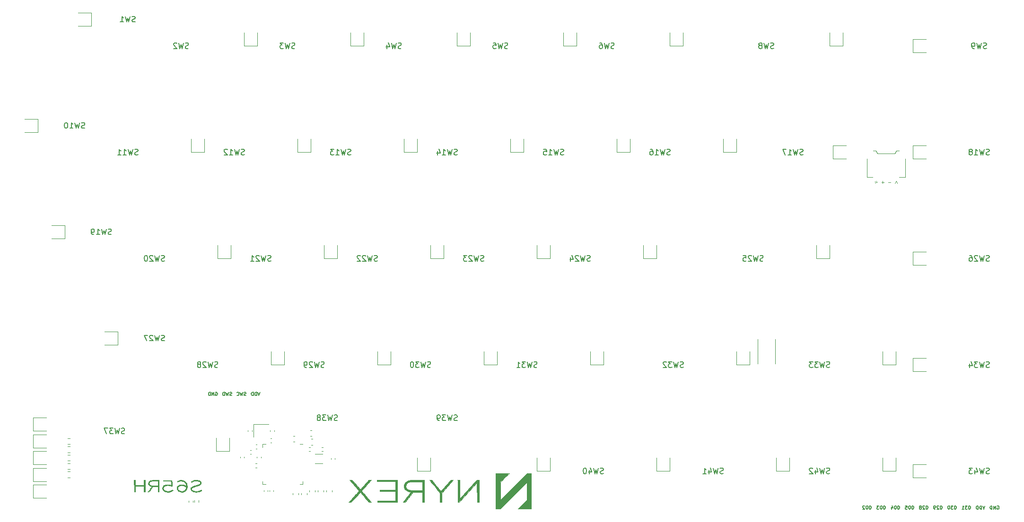
<source format=gbr>
%TF.GenerationSoftware,KiCad,Pcbnew,(5.1.10)-1*%
%TF.CreationDate,2023-08-12T15:50:14-04:00*%
%TF.ProjectId,niche65_mk2_right,6e696368-6536-4355-9f6d-6b325f726967,rev?*%
%TF.SameCoordinates,Original*%
%TF.FileFunction,Legend,Bot*%
%TF.FilePolarity,Positive*%
%FSLAX46Y46*%
G04 Gerber Fmt 4.6, Leading zero omitted, Abs format (unit mm)*
G04 Created by KiCad (PCBNEW (5.1.10)-1) date 2023-08-12 15:50:14*
%MOMM*%
%LPD*%
G01*
G04 APERTURE LIST*
%ADD10C,0.150000*%
%ADD11C,0.010000*%
%ADD12C,0.120000*%
G04 APERTURE END LIST*
D10*
X120459642Y-164470000D02*
X120516785Y-164441428D01*
X120602500Y-164441428D01*
X120688214Y-164470000D01*
X120745357Y-164527142D01*
X120773928Y-164584285D01*
X120802500Y-164698571D01*
X120802500Y-164784285D01*
X120773928Y-164898571D01*
X120745357Y-164955714D01*
X120688214Y-165012857D01*
X120602500Y-165041428D01*
X120545357Y-165041428D01*
X120459642Y-165012857D01*
X120431071Y-164984285D01*
X120431071Y-164784285D01*
X120545357Y-164784285D01*
X120173928Y-165041428D02*
X120173928Y-164441428D01*
X119831071Y-165041428D01*
X119831071Y-164441428D01*
X119545357Y-165041428D02*
X119545357Y-164441428D01*
X119402500Y-164441428D01*
X119316785Y-164470000D01*
X119259642Y-164527142D01*
X119231071Y-164584285D01*
X119202500Y-164698571D01*
X119202500Y-164784285D01*
X119231071Y-164898571D01*
X119259642Y-164955714D01*
X119316785Y-165012857D01*
X119402500Y-165041428D01*
X119545357Y-165041428D01*
X128422500Y-164441428D02*
X128222500Y-165041428D01*
X128022500Y-164441428D01*
X127822500Y-165041428D02*
X127822500Y-164441428D01*
X127679642Y-164441428D01*
X127593928Y-164470000D01*
X127536785Y-164527142D01*
X127508214Y-164584285D01*
X127479642Y-164698571D01*
X127479642Y-164784285D01*
X127508214Y-164898571D01*
X127536785Y-164955714D01*
X127593928Y-165012857D01*
X127679642Y-165041428D01*
X127822500Y-165041428D01*
X127222500Y-165041428D02*
X127222500Y-164441428D01*
X127079642Y-164441428D01*
X126993928Y-164470000D01*
X126936785Y-164527142D01*
X126908214Y-164584285D01*
X126879642Y-164698571D01*
X126879642Y-164784285D01*
X126908214Y-164898571D01*
X126936785Y-164955714D01*
X126993928Y-165012857D01*
X127079642Y-165041428D01*
X127222500Y-165041428D01*
X123356785Y-165012857D02*
X123271071Y-165041428D01*
X123128214Y-165041428D01*
X123071071Y-165012857D01*
X123042500Y-164984285D01*
X123013928Y-164927142D01*
X123013928Y-164870000D01*
X123042500Y-164812857D01*
X123071071Y-164784285D01*
X123128214Y-164755714D01*
X123242500Y-164727142D01*
X123299642Y-164698571D01*
X123328214Y-164670000D01*
X123356785Y-164612857D01*
X123356785Y-164555714D01*
X123328214Y-164498571D01*
X123299642Y-164470000D01*
X123242500Y-164441428D01*
X123099642Y-164441428D01*
X123013928Y-164470000D01*
X122813928Y-164441428D02*
X122671071Y-165041428D01*
X122556785Y-164612857D01*
X122442500Y-165041428D01*
X122299642Y-164441428D01*
X122071071Y-165041428D02*
X122071071Y-164441428D01*
X121928214Y-164441428D01*
X121842500Y-164470000D01*
X121785357Y-164527142D01*
X121756785Y-164584285D01*
X121728214Y-164698571D01*
X121728214Y-164784285D01*
X121756785Y-164898571D01*
X121785357Y-164955714D01*
X121842500Y-165012857D01*
X121928214Y-165041428D01*
X122071071Y-165041428D01*
X125896785Y-165012857D02*
X125811071Y-165041428D01*
X125668214Y-165041428D01*
X125611071Y-165012857D01*
X125582500Y-164984285D01*
X125553928Y-164927142D01*
X125553928Y-164870000D01*
X125582500Y-164812857D01*
X125611071Y-164784285D01*
X125668214Y-164755714D01*
X125782500Y-164727142D01*
X125839642Y-164698571D01*
X125868214Y-164670000D01*
X125896785Y-164612857D01*
X125896785Y-164555714D01*
X125868214Y-164498571D01*
X125839642Y-164470000D01*
X125782500Y-164441428D01*
X125639642Y-164441428D01*
X125553928Y-164470000D01*
X125353928Y-164441428D02*
X125211071Y-165041428D01*
X125096785Y-164612857D01*
X124982500Y-165041428D01*
X124839642Y-164441428D01*
X124268214Y-164984285D02*
X124296785Y-165012857D01*
X124382500Y-165041428D01*
X124439642Y-165041428D01*
X124525357Y-165012857D01*
X124582500Y-164955714D01*
X124611071Y-164898571D01*
X124639642Y-164784285D01*
X124639642Y-164698571D01*
X124611071Y-164584285D01*
X124582500Y-164527142D01*
X124525357Y-164470000D01*
X124439642Y-164441428D01*
X124382500Y-164441428D01*
X124296785Y-164470000D01*
X124268214Y-164498571D01*
X237665000Y-184796428D02*
X237607857Y-184796428D01*
X237550714Y-184825000D01*
X237522142Y-184853571D01*
X237493571Y-184910714D01*
X237465000Y-185025000D01*
X237465000Y-185167857D01*
X237493571Y-185282142D01*
X237522142Y-185339285D01*
X237550714Y-185367857D01*
X237607857Y-185396428D01*
X237665000Y-185396428D01*
X237722142Y-185367857D01*
X237750714Y-185339285D01*
X237779285Y-185282142D01*
X237807857Y-185167857D01*
X237807857Y-185025000D01*
X237779285Y-184910714D01*
X237750714Y-184853571D01*
X237722142Y-184825000D01*
X237665000Y-184796428D01*
X237093571Y-184796428D02*
X237036428Y-184796428D01*
X236979285Y-184825000D01*
X236950714Y-184853571D01*
X236922142Y-184910714D01*
X236893571Y-185025000D01*
X236893571Y-185167857D01*
X236922142Y-185282142D01*
X236950714Y-185339285D01*
X236979285Y-185367857D01*
X237036428Y-185396428D01*
X237093571Y-185396428D01*
X237150714Y-185367857D01*
X237179285Y-185339285D01*
X237207857Y-185282142D01*
X237236428Y-185167857D01*
X237236428Y-185025000D01*
X237207857Y-184910714D01*
X237179285Y-184853571D01*
X237150714Y-184825000D01*
X237093571Y-184796428D01*
X236665000Y-184853571D02*
X236636428Y-184825000D01*
X236579285Y-184796428D01*
X236436428Y-184796428D01*
X236379285Y-184825000D01*
X236350714Y-184853571D01*
X236322142Y-184910714D01*
X236322142Y-184967857D01*
X236350714Y-185053571D01*
X236693571Y-185396428D01*
X236322142Y-185396428D01*
X240205000Y-184796428D02*
X240147857Y-184796428D01*
X240090714Y-184825000D01*
X240062142Y-184853571D01*
X240033571Y-184910714D01*
X240005000Y-185025000D01*
X240005000Y-185167857D01*
X240033571Y-185282142D01*
X240062142Y-185339285D01*
X240090714Y-185367857D01*
X240147857Y-185396428D01*
X240205000Y-185396428D01*
X240262142Y-185367857D01*
X240290714Y-185339285D01*
X240319285Y-185282142D01*
X240347857Y-185167857D01*
X240347857Y-185025000D01*
X240319285Y-184910714D01*
X240290714Y-184853571D01*
X240262142Y-184825000D01*
X240205000Y-184796428D01*
X239633571Y-184796428D02*
X239576428Y-184796428D01*
X239519285Y-184825000D01*
X239490714Y-184853571D01*
X239462142Y-184910714D01*
X239433571Y-185025000D01*
X239433571Y-185167857D01*
X239462142Y-185282142D01*
X239490714Y-185339285D01*
X239519285Y-185367857D01*
X239576428Y-185396428D01*
X239633571Y-185396428D01*
X239690714Y-185367857D01*
X239719285Y-185339285D01*
X239747857Y-185282142D01*
X239776428Y-185167857D01*
X239776428Y-185025000D01*
X239747857Y-184910714D01*
X239719285Y-184853571D01*
X239690714Y-184825000D01*
X239633571Y-184796428D01*
X239233571Y-184796428D02*
X238862142Y-184796428D01*
X239062142Y-185025000D01*
X238976428Y-185025000D01*
X238919285Y-185053571D01*
X238890714Y-185082142D01*
X238862142Y-185139285D01*
X238862142Y-185282142D01*
X238890714Y-185339285D01*
X238919285Y-185367857D01*
X238976428Y-185396428D01*
X239147857Y-185396428D01*
X239205000Y-185367857D01*
X239233571Y-185339285D01*
X242745000Y-184796428D02*
X242687857Y-184796428D01*
X242630714Y-184825000D01*
X242602142Y-184853571D01*
X242573571Y-184910714D01*
X242545000Y-185025000D01*
X242545000Y-185167857D01*
X242573571Y-185282142D01*
X242602142Y-185339285D01*
X242630714Y-185367857D01*
X242687857Y-185396428D01*
X242745000Y-185396428D01*
X242802142Y-185367857D01*
X242830714Y-185339285D01*
X242859285Y-185282142D01*
X242887857Y-185167857D01*
X242887857Y-185025000D01*
X242859285Y-184910714D01*
X242830714Y-184853571D01*
X242802142Y-184825000D01*
X242745000Y-184796428D01*
X242173571Y-184796428D02*
X242116428Y-184796428D01*
X242059285Y-184825000D01*
X242030714Y-184853571D01*
X242002142Y-184910714D01*
X241973571Y-185025000D01*
X241973571Y-185167857D01*
X242002142Y-185282142D01*
X242030714Y-185339285D01*
X242059285Y-185367857D01*
X242116428Y-185396428D01*
X242173571Y-185396428D01*
X242230714Y-185367857D01*
X242259285Y-185339285D01*
X242287857Y-185282142D01*
X242316428Y-185167857D01*
X242316428Y-185025000D01*
X242287857Y-184910714D01*
X242259285Y-184853571D01*
X242230714Y-184825000D01*
X242173571Y-184796428D01*
X241459285Y-184996428D02*
X241459285Y-185396428D01*
X241602142Y-184767857D02*
X241745000Y-185196428D01*
X241373571Y-185196428D01*
X245285000Y-184796428D02*
X245227857Y-184796428D01*
X245170714Y-184825000D01*
X245142142Y-184853571D01*
X245113571Y-184910714D01*
X245085000Y-185025000D01*
X245085000Y-185167857D01*
X245113571Y-185282142D01*
X245142142Y-185339285D01*
X245170714Y-185367857D01*
X245227857Y-185396428D01*
X245285000Y-185396428D01*
X245342142Y-185367857D01*
X245370714Y-185339285D01*
X245399285Y-185282142D01*
X245427857Y-185167857D01*
X245427857Y-185025000D01*
X245399285Y-184910714D01*
X245370714Y-184853571D01*
X245342142Y-184825000D01*
X245285000Y-184796428D01*
X244713571Y-184796428D02*
X244656428Y-184796428D01*
X244599285Y-184825000D01*
X244570714Y-184853571D01*
X244542142Y-184910714D01*
X244513571Y-185025000D01*
X244513571Y-185167857D01*
X244542142Y-185282142D01*
X244570714Y-185339285D01*
X244599285Y-185367857D01*
X244656428Y-185396428D01*
X244713571Y-185396428D01*
X244770714Y-185367857D01*
X244799285Y-185339285D01*
X244827857Y-185282142D01*
X244856428Y-185167857D01*
X244856428Y-185025000D01*
X244827857Y-184910714D01*
X244799285Y-184853571D01*
X244770714Y-184825000D01*
X244713571Y-184796428D01*
X243970714Y-184796428D02*
X244256428Y-184796428D01*
X244285000Y-185082142D01*
X244256428Y-185053571D01*
X244199285Y-185025000D01*
X244056428Y-185025000D01*
X243999285Y-185053571D01*
X243970714Y-185082142D01*
X243942142Y-185139285D01*
X243942142Y-185282142D01*
X243970714Y-185339285D01*
X243999285Y-185367857D01*
X244056428Y-185396428D01*
X244199285Y-185396428D01*
X244256428Y-185367857D01*
X244285000Y-185339285D01*
X247825000Y-184796428D02*
X247767857Y-184796428D01*
X247710714Y-184825000D01*
X247682142Y-184853571D01*
X247653571Y-184910714D01*
X247625000Y-185025000D01*
X247625000Y-185167857D01*
X247653571Y-185282142D01*
X247682142Y-185339285D01*
X247710714Y-185367857D01*
X247767857Y-185396428D01*
X247825000Y-185396428D01*
X247882142Y-185367857D01*
X247910714Y-185339285D01*
X247939285Y-185282142D01*
X247967857Y-185167857D01*
X247967857Y-185025000D01*
X247939285Y-184910714D01*
X247910714Y-184853571D01*
X247882142Y-184825000D01*
X247825000Y-184796428D01*
X247396428Y-184853571D02*
X247367857Y-184825000D01*
X247310714Y-184796428D01*
X247167857Y-184796428D01*
X247110714Y-184825000D01*
X247082142Y-184853571D01*
X247053571Y-184910714D01*
X247053571Y-184967857D01*
X247082142Y-185053571D01*
X247425000Y-185396428D01*
X247053571Y-185396428D01*
X246710714Y-185053571D02*
X246767857Y-185025000D01*
X246796428Y-184996428D01*
X246825000Y-184939285D01*
X246825000Y-184910714D01*
X246796428Y-184853571D01*
X246767857Y-184825000D01*
X246710714Y-184796428D01*
X246596428Y-184796428D01*
X246539285Y-184825000D01*
X246510714Y-184853571D01*
X246482142Y-184910714D01*
X246482142Y-184939285D01*
X246510714Y-184996428D01*
X246539285Y-185025000D01*
X246596428Y-185053571D01*
X246710714Y-185053571D01*
X246767857Y-185082142D01*
X246796428Y-185110714D01*
X246825000Y-185167857D01*
X246825000Y-185282142D01*
X246796428Y-185339285D01*
X246767857Y-185367857D01*
X246710714Y-185396428D01*
X246596428Y-185396428D01*
X246539285Y-185367857D01*
X246510714Y-185339285D01*
X246482142Y-185282142D01*
X246482142Y-185167857D01*
X246510714Y-185110714D01*
X246539285Y-185082142D01*
X246596428Y-185053571D01*
X250365000Y-184796428D02*
X250307857Y-184796428D01*
X250250714Y-184825000D01*
X250222142Y-184853571D01*
X250193571Y-184910714D01*
X250165000Y-185025000D01*
X250165000Y-185167857D01*
X250193571Y-185282142D01*
X250222142Y-185339285D01*
X250250714Y-185367857D01*
X250307857Y-185396428D01*
X250365000Y-185396428D01*
X250422142Y-185367857D01*
X250450714Y-185339285D01*
X250479285Y-185282142D01*
X250507857Y-185167857D01*
X250507857Y-185025000D01*
X250479285Y-184910714D01*
X250450714Y-184853571D01*
X250422142Y-184825000D01*
X250365000Y-184796428D01*
X249936428Y-184853571D02*
X249907857Y-184825000D01*
X249850714Y-184796428D01*
X249707857Y-184796428D01*
X249650714Y-184825000D01*
X249622142Y-184853571D01*
X249593571Y-184910714D01*
X249593571Y-184967857D01*
X249622142Y-185053571D01*
X249965000Y-185396428D01*
X249593571Y-185396428D01*
X249307857Y-185396428D02*
X249193571Y-185396428D01*
X249136428Y-185367857D01*
X249107857Y-185339285D01*
X249050714Y-185253571D01*
X249022142Y-185139285D01*
X249022142Y-184910714D01*
X249050714Y-184853571D01*
X249079285Y-184825000D01*
X249136428Y-184796428D01*
X249250714Y-184796428D01*
X249307857Y-184825000D01*
X249336428Y-184853571D01*
X249365000Y-184910714D01*
X249365000Y-185053571D01*
X249336428Y-185110714D01*
X249307857Y-185139285D01*
X249250714Y-185167857D01*
X249136428Y-185167857D01*
X249079285Y-185139285D01*
X249050714Y-185110714D01*
X249022142Y-185053571D01*
X252905000Y-184796428D02*
X252847857Y-184796428D01*
X252790714Y-184825000D01*
X252762142Y-184853571D01*
X252733571Y-184910714D01*
X252705000Y-185025000D01*
X252705000Y-185167857D01*
X252733571Y-185282142D01*
X252762142Y-185339285D01*
X252790714Y-185367857D01*
X252847857Y-185396428D01*
X252905000Y-185396428D01*
X252962142Y-185367857D01*
X252990714Y-185339285D01*
X253019285Y-185282142D01*
X253047857Y-185167857D01*
X253047857Y-185025000D01*
X253019285Y-184910714D01*
X252990714Y-184853571D01*
X252962142Y-184825000D01*
X252905000Y-184796428D01*
X252505000Y-184796428D02*
X252133571Y-184796428D01*
X252333571Y-185025000D01*
X252247857Y-185025000D01*
X252190714Y-185053571D01*
X252162142Y-185082142D01*
X252133571Y-185139285D01*
X252133571Y-185282142D01*
X252162142Y-185339285D01*
X252190714Y-185367857D01*
X252247857Y-185396428D01*
X252419285Y-185396428D01*
X252476428Y-185367857D01*
X252505000Y-185339285D01*
X251762142Y-184796428D02*
X251705000Y-184796428D01*
X251647857Y-184825000D01*
X251619285Y-184853571D01*
X251590714Y-184910714D01*
X251562142Y-185025000D01*
X251562142Y-185167857D01*
X251590714Y-185282142D01*
X251619285Y-185339285D01*
X251647857Y-185367857D01*
X251705000Y-185396428D01*
X251762142Y-185396428D01*
X251819285Y-185367857D01*
X251847857Y-185339285D01*
X251876428Y-185282142D01*
X251905000Y-185167857D01*
X251905000Y-185025000D01*
X251876428Y-184910714D01*
X251847857Y-184853571D01*
X251819285Y-184825000D01*
X251762142Y-184796428D01*
X255445000Y-184796428D02*
X255387857Y-184796428D01*
X255330714Y-184825000D01*
X255302142Y-184853571D01*
X255273571Y-184910714D01*
X255245000Y-185025000D01*
X255245000Y-185167857D01*
X255273571Y-185282142D01*
X255302142Y-185339285D01*
X255330714Y-185367857D01*
X255387857Y-185396428D01*
X255445000Y-185396428D01*
X255502142Y-185367857D01*
X255530714Y-185339285D01*
X255559285Y-185282142D01*
X255587857Y-185167857D01*
X255587857Y-185025000D01*
X255559285Y-184910714D01*
X255530714Y-184853571D01*
X255502142Y-184825000D01*
X255445000Y-184796428D01*
X255045000Y-184796428D02*
X254673571Y-184796428D01*
X254873571Y-185025000D01*
X254787857Y-185025000D01*
X254730714Y-185053571D01*
X254702142Y-185082142D01*
X254673571Y-185139285D01*
X254673571Y-185282142D01*
X254702142Y-185339285D01*
X254730714Y-185367857D01*
X254787857Y-185396428D01*
X254959285Y-185396428D01*
X255016428Y-185367857D01*
X255045000Y-185339285D01*
X254102142Y-185396428D02*
X254445000Y-185396428D01*
X254273571Y-185396428D02*
X254273571Y-184796428D01*
X254330714Y-184882142D01*
X254387857Y-184939285D01*
X254445000Y-184967857D01*
X258185000Y-184796428D02*
X257985000Y-185396428D01*
X257785000Y-184796428D01*
X257585000Y-185396428D02*
X257585000Y-184796428D01*
X257442142Y-184796428D01*
X257356428Y-184825000D01*
X257299285Y-184882142D01*
X257270714Y-184939285D01*
X257242142Y-185053571D01*
X257242142Y-185139285D01*
X257270714Y-185253571D01*
X257299285Y-185310714D01*
X257356428Y-185367857D01*
X257442142Y-185396428D01*
X257585000Y-185396428D01*
X256985000Y-185396428D02*
X256985000Y-184796428D01*
X256842142Y-184796428D01*
X256756428Y-184825000D01*
X256699285Y-184882142D01*
X256670714Y-184939285D01*
X256642142Y-185053571D01*
X256642142Y-185139285D01*
X256670714Y-185253571D01*
X256699285Y-185310714D01*
X256756428Y-185367857D01*
X256842142Y-185396428D01*
X256985000Y-185396428D01*
X260382142Y-184825000D02*
X260439285Y-184796428D01*
X260525000Y-184796428D01*
X260610714Y-184825000D01*
X260667857Y-184882142D01*
X260696428Y-184939285D01*
X260725000Y-185053571D01*
X260725000Y-185139285D01*
X260696428Y-185253571D01*
X260667857Y-185310714D01*
X260610714Y-185367857D01*
X260525000Y-185396428D01*
X260467857Y-185396428D01*
X260382142Y-185367857D01*
X260353571Y-185339285D01*
X260353571Y-185139285D01*
X260467857Y-185139285D01*
X260096428Y-185396428D02*
X260096428Y-184796428D01*
X259753571Y-185396428D01*
X259753571Y-184796428D01*
X259467857Y-185396428D02*
X259467857Y-184796428D01*
X259325000Y-184796428D01*
X259239285Y-184825000D01*
X259182142Y-184882142D01*
X259153571Y-184939285D01*
X259125000Y-185053571D01*
X259125000Y-185139285D01*
X259153571Y-185253571D01*
X259182142Y-185310714D01*
X259239285Y-185367857D01*
X259325000Y-185396428D01*
X259467857Y-185396428D01*
D11*
%TO.C,G\u002A\u002A\u002A*%
G36*
X107680630Y-180191675D02*
G01*
X107651216Y-180195842D01*
X107641803Y-180206351D01*
X107645460Y-180226115D01*
X107646380Y-180229034D01*
X107656078Y-180265973D01*
X107658655Y-180284067D01*
X107658583Y-180305138D01*
X107658312Y-180355158D01*
X107657872Y-180429212D01*
X107657291Y-180522382D01*
X107656600Y-180629752D01*
X107656117Y-180703167D01*
X107653450Y-181105333D01*
X106061716Y-181105333D01*
X106061716Y-180190934D01*
X105958305Y-180190934D01*
X105901867Y-180191912D01*
X105872815Y-180196284D01*
X105864693Y-180206202D01*
X105869405Y-180220567D01*
X105872068Y-180242411D01*
X105874719Y-180295102D01*
X105877304Y-180375619D01*
X105879768Y-180480943D01*
X105882057Y-180608054D01*
X105884117Y-180753932D01*
X105885894Y-180915556D01*
X105887334Y-181089907D01*
X105888382Y-181273964D01*
X105888408Y-181279776D01*
X105892899Y-182309352D01*
X106070183Y-182299134D01*
X106079139Y-181257734D01*
X106866050Y-181257734D01*
X107652960Y-181257733D01*
X107657438Y-181778434D01*
X107661916Y-182299134D01*
X107839716Y-182309370D01*
X107839716Y-180190934D01*
X107736975Y-180190934D01*
X107680630Y-180191675D01*
G37*
X107680630Y-180191675D02*
X107651216Y-180195842D01*
X107641803Y-180206351D01*
X107645460Y-180226115D01*
X107646380Y-180229034D01*
X107656078Y-180265973D01*
X107658655Y-180284067D01*
X107658583Y-180305138D01*
X107658312Y-180355158D01*
X107657872Y-180429212D01*
X107657291Y-180522382D01*
X107656600Y-180629752D01*
X107656117Y-180703167D01*
X107653450Y-181105333D01*
X106061716Y-181105333D01*
X106061716Y-180190934D01*
X105958305Y-180190934D01*
X105901867Y-180191912D01*
X105872815Y-180196284D01*
X105864693Y-180206202D01*
X105869405Y-180220567D01*
X105872068Y-180242411D01*
X105874719Y-180295102D01*
X105877304Y-180375619D01*
X105879768Y-180480943D01*
X105882057Y-180608054D01*
X105884117Y-180753932D01*
X105885894Y-180915556D01*
X105887334Y-181089907D01*
X105888382Y-181273964D01*
X105888408Y-181279776D01*
X105892899Y-182309352D01*
X106070183Y-182299134D01*
X106079139Y-181257734D01*
X106866050Y-181257734D01*
X107652960Y-181257733D01*
X107657438Y-181778434D01*
X107661916Y-182299134D01*
X107839716Y-182309370D01*
X107839716Y-180190934D01*
X107736975Y-180190934D01*
X107680630Y-180191675D01*
G36*
X109681217Y-180195306D02*
G01*
X109512652Y-180197690D01*
X109374099Y-180200059D01*
X109261701Y-180202629D01*
X109171602Y-180205614D01*
X109099948Y-180209230D01*
X109042883Y-180213691D01*
X108996552Y-180219213D01*
X108957100Y-180226010D01*
X108920671Y-180234298D01*
X108903907Y-180238660D01*
X108769035Y-180282094D01*
X108661796Y-180333787D01*
X108576342Y-180396896D01*
X108537400Y-180436605D01*
X108470061Y-180536638D01*
X108428185Y-180650478D01*
X108412892Y-180770359D01*
X108425300Y-180888518D01*
X108458752Y-180982380D01*
X108525866Y-181081273D01*
X108620294Y-181168356D01*
X108736448Y-181239856D01*
X108868742Y-181291996D01*
X108944616Y-181310713D01*
X108996569Y-181322574D01*
X109031821Y-181333758D01*
X109041798Y-181340370D01*
X109031843Y-181355823D01*
X109003634Y-181395004D01*
X108959522Y-181454765D01*
X108901857Y-181531957D01*
X108832989Y-181623430D01*
X108755270Y-181726036D01*
X108686383Y-181816534D01*
X108603119Y-181926031D01*
X108526779Y-182027092D01*
X108459717Y-182116550D01*
X108404284Y-182191238D01*
X108362835Y-182247990D01*
X108337721Y-182283638D01*
X108330968Y-182294900D01*
X108346279Y-182301341D01*
X108386397Y-182305573D01*
X108436616Y-182306657D01*
X108542450Y-182305715D01*
X108904432Y-181824057D01*
X109266415Y-181342400D01*
X110159583Y-181342400D01*
X110159583Y-182307600D01*
X110328917Y-182307600D01*
X110328917Y-181190000D01*
X110159583Y-181190000D01*
X109647350Y-181189872D01*
X109512847Y-181189251D01*
X109383994Y-181187557D01*
X109266180Y-181184946D01*
X109164793Y-181181571D01*
X109085223Y-181177587D01*
X109032857Y-181173148D01*
X109025050Y-181172050D01*
X108939604Y-181152607D01*
X108851292Y-181123054D01*
X108771178Y-181087820D01*
X108710326Y-181051335D01*
X108697741Y-181041043D01*
X108643428Y-180971001D01*
X108607660Y-180879928D01*
X108594096Y-180777214D01*
X108594076Y-180775134D01*
X108608122Y-180666628D01*
X108652076Y-180573091D01*
X108726249Y-180494139D01*
X108830952Y-180429391D01*
X108899454Y-180400510D01*
X108925378Y-180392125D01*
X108955708Y-180385289D01*
X108994226Y-180379796D01*
X109044713Y-180375439D01*
X109110952Y-180372010D01*
X109196725Y-180369305D01*
X109305814Y-180367116D01*
X109442001Y-180365237D01*
X109571150Y-180363836D01*
X110159583Y-180357918D01*
X110159583Y-181190000D01*
X110328917Y-181190000D01*
X110328917Y-180186678D01*
X109681217Y-180195306D01*
G37*
X109681217Y-180195306D02*
X109512652Y-180197690D01*
X109374099Y-180200059D01*
X109261701Y-180202629D01*
X109171602Y-180205614D01*
X109099948Y-180209230D01*
X109042883Y-180213691D01*
X108996552Y-180219213D01*
X108957100Y-180226010D01*
X108920671Y-180234298D01*
X108903907Y-180238660D01*
X108769035Y-180282094D01*
X108661796Y-180333787D01*
X108576342Y-180396896D01*
X108537400Y-180436605D01*
X108470061Y-180536638D01*
X108428185Y-180650478D01*
X108412892Y-180770359D01*
X108425300Y-180888518D01*
X108458752Y-180982380D01*
X108525866Y-181081273D01*
X108620294Y-181168356D01*
X108736448Y-181239856D01*
X108868742Y-181291996D01*
X108944616Y-181310713D01*
X108996569Y-181322574D01*
X109031821Y-181333758D01*
X109041798Y-181340370D01*
X109031843Y-181355823D01*
X109003634Y-181395004D01*
X108959522Y-181454765D01*
X108901857Y-181531957D01*
X108832989Y-181623430D01*
X108755270Y-181726036D01*
X108686383Y-181816534D01*
X108603119Y-181926031D01*
X108526779Y-182027092D01*
X108459717Y-182116550D01*
X108404284Y-182191238D01*
X108362835Y-182247990D01*
X108337721Y-182283638D01*
X108330968Y-182294900D01*
X108346279Y-182301341D01*
X108386397Y-182305573D01*
X108436616Y-182306657D01*
X108542450Y-182305715D01*
X108904432Y-181824057D01*
X109266415Y-181342400D01*
X110159583Y-181342400D01*
X110159583Y-182307600D01*
X110328917Y-182307600D01*
X110328917Y-181190000D01*
X110159583Y-181190000D01*
X109647350Y-181189872D01*
X109512847Y-181189251D01*
X109383994Y-181187557D01*
X109266180Y-181184946D01*
X109164793Y-181181571D01*
X109085223Y-181177587D01*
X109032857Y-181173148D01*
X109025050Y-181172050D01*
X108939604Y-181152607D01*
X108851292Y-181123054D01*
X108771178Y-181087820D01*
X108710326Y-181051335D01*
X108697741Y-181041043D01*
X108643428Y-180971001D01*
X108607660Y-180879928D01*
X108594096Y-180777214D01*
X108594076Y-180775134D01*
X108608122Y-180666628D01*
X108652076Y-180573091D01*
X108726249Y-180494139D01*
X108830952Y-180429391D01*
X108899454Y-180400510D01*
X108925378Y-180392125D01*
X108955708Y-180385289D01*
X108994226Y-180379796D01*
X109044713Y-180375439D01*
X109110952Y-180372010D01*
X109196725Y-180369305D01*
X109305814Y-180367116D01*
X109442001Y-180365237D01*
X109571150Y-180363836D01*
X110159583Y-180357918D01*
X110159583Y-181190000D01*
X110328917Y-181190000D01*
X110328917Y-180186678D01*
X109681217Y-180195306D01*
G36*
X111057050Y-180360267D02*
G01*
X112477915Y-180360267D01*
X112486789Y-180415300D01*
X112492975Y-180461430D01*
X112500415Y-180528874D01*
X112508595Y-180611480D01*
X112517003Y-180703099D01*
X112525126Y-180797580D01*
X112532451Y-180888773D01*
X112538467Y-180970526D01*
X112542659Y-181036690D01*
X112544515Y-181081115D01*
X112543660Y-181097567D01*
X112524467Y-181096789D01*
X112486341Y-181084933D01*
X112470959Y-181078832D01*
X112351618Y-181039722D01*
X112209078Y-181010249D01*
X112052801Y-180991096D01*
X111892249Y-180982951D01*
X111736887Y-180986500D01*
X111596177Y-181002426D01*
X111548116Y-181011958D01*
X111385231Y-181061153D01*
X111244788Y-181128718D01*
X111130318Y-181212812D01*
X111094336Y-181248749D01*
X111024948Y-181337981D01*
X110979680Y-181431120D01*
X110955315Y-181537197D01*
X110948602Y-181658016D01*
X110950602Y-181734274D01*
X110958316Y-181791456D01*
X110974988Y-181844262D01*
X111003515Y-181906679D01*
X111081723Y-182027805D01*
X111187036Y-182129445D01*
X111318552Y-182211151D01*
X111475368Y-182272473D01*
X111656581Y-182312963D01*
X111860262Y-182332132D01*
X111951874Y-182333734D01*
X112045388Y-182332013D01*
X112127038Y-182327365D01*
X112164192Y-182323393D01*
X112282195Y-182300502D01*
X112405327Y-182265187D01*
X112526161Y-182220574D01*
X112637270Y-182169791D01*
X112731229Y-182115964D01*
X112800611Y-182062221D01*
X112811868Y-182050688D01*
X112847870Y-182011267D01*
X112765260Y-181947509D01*
X112716658Y-181913405D01*
X112688817Y-181901780D01*
X112682650Y-181907904D01*
X112667258Y-181942363D01*
X112624836Y-181982520D01*
X112561015Y-182025114D01*
X112481424Y-182066884D01*
X112391695Y-182104572D01*
X112297457Y-182134916D01*
X112284897Y-182138221D01*
X112110971Y-182172129D01*
X111943167Y-182184713D01*
X111784058Y-182177402D01*
X111636215Y-182151628D01*
X111502212Y-182108819D01*
X111384619Y-182050405D01*
X111286009Y-181977817D01*
X111208953Y-181892483D01*
X111156025Y-181795834D01*
X111129796Y-181689299D01*
X111132838Y-181574309D01*
X111148382Y-181506435D01*
X111197441Y-181400343D01*
X111275067Y-181311205D01*
X111380222Y-181239528D01*
X111511868Y-181185819D01*
X111668967Y-181150587D01*
X111850482Y-181134336D01*
X111912183Y-181133231D01*
X112066100Y-181138237D01*
X112198792Y-181155584D01*
X112321389Y-181187602D01*
X112445020Y-181236621D01*
X112476615Y-181251431D01*
X112549814Y-181283994D01*
X112602730Y-181300423D01*
X112643505Y-181302997D01*
X112654883Y-181301352D01*
X112681157Y-181296408D01*
X112701902Y-181290450D01*
X112717366Y-181279945D01*
X112727797Y-181261362D01*
X112733446Y-181231169D01*
X112734560Y-181185834D01*
X112731388Y-181121824D01*
X112724179Y-181035607D01*
X112713183Y-180923651D01*
X112698647Y-180782425D01*
X112694360Y-180740879D01*
X112640316Y-180216334D01*
X111057050Y-180207532D01*
X111057050Y-180360267D01*
G37*
X111057050Y-180360267D02*
X112477915Y-180360267D01*
X112486789Y-180415300D01*
X112492975Y-180461430D01*
X112500415Y-180528874D01*
X112508595Y-180611480D01*
X112517003Y-180703099D01*
X112525126Y-180797580D01*
X112532451Y-180888773D01*
X112538467Y-180970526D01*
X112542659Y-181036690D01*
X112544515Y-181081115D01*
X112543660Y-181097567D01*
X112524467Y-181096789D01*
X112486341Y-181084933D01*
X112470959Y-181078832D01*
X112351618Y-181039722D01*
X112209078Y-181010249D01*
X112052801Y-180991096D01*
X111892249Y-180982951D01*
X111736887Y-180986500D01*
X111596177Y-181002426D01*
X111548116Y-181011958D01*
X111385231Y-181061153D01*
X111244788Y-181128718D01*
X111130318Y-181212812D01*
X111094336Y-181248749D01*
X111024948Y-181337981D01*
X110979680Y-181431120D01*
X110955315Y-181537197D01*
X110948602Y-181658016D01*
X110950602Y-181734274D01*
X110958316Y-181791456D01*
X110974988Y-181844262D01*
X111003515Y-181906679D01*
X111081723Y-182027805D01*
X111187036Y-182129445D01*
X111318552Y-182211151D01*
X111475368Y-182272473D01*
X111656581Y-182312963D01*
X111860262Y-182332132D01*
X111951874Y-182333734D01*
X112045388Y-182332013D01*
X112127038Y-182327365D01*
X112164192Y-182323393D01*
X112282195Y-182300502D01*
X112405327Y-182265187D01*
X112526161Y-182220574D01*
X112637270Y-182169791D01*
X112731229Y-182115964D01*
X112800611Y-182062221D01*
X112811868Y-182050688D01*
X112847870Y-182011267D01*
X112765260Y-181947509D01*
X112716658Y-181913405D01*
X112688817Y-181901780D01*
X112682650Y-181907904D01*
X112667258Y-181942363D01*
X112624836Y-181982520D01*
X112561015Y-182025114D01*
X112481424Y-182066884D01*
X112391695Y-182104572D01*
X112297457Y-182134916D01*
X112284897Y-182138221D01*
X112110971Y-182172129D01*
X111943167Y-182184713D01*
X111784058Y-182177402D01*
X111636215Y-182151628D01*
X111502212Y-182108819D01*
X111384619Y-182050405D01*
X111286009Y-181977817D01*
X111208953Y-181892483D01*
X111156025Y-181795834D01*
X111129796Y-181689299D01*
X111132838Y-181574309D01*
X111148382Y-181506435D01*
X111197441Y-181400343D01*
X111275067Y-181311205D01*
X111380222Y-181239528D01*
X111511868Y-181185819D01*
X111668967Y-181150587D01*
X111850482Y-181134336D01*
X111912183Y-181133231D01*
X112066100Y-181138237D01*
X112198792Y-181155584D01*
X112321389Y-181187602D01*
X112445020Y-181236621D01*
X112476615Y-181251431D01*
X112549814Y-181283994D01*
X112602730Y-181300423D01*
X112643505Y-181302997D01*
X112654883Y-181301352D01*
X112681157Y-181296408D01*
X112701902Y-181290450D01*
X112717366Y-181279945D01*
X112727797Y-181261362D01*
X112733446Y-181231169D01*
X112734560Y-181185834D01*
X112731388Y-181121824D01*
X112724179Y-181035607D01*
X112713183Y-180923651D01*
X112698647Y-180782425D01*
X112694360Y-180740879D01*
X112640316Y-180216334D01*
X111057050Y-180207532D01*
X111057050Y-180360267D01*
G36*
X114123646Y-180204600D02*
G01*
X113995553Y-180220417D01*
X113880035Y-180249513D01*
X113767020Y-180294154D01*
X113694785Y-180330102D01*
X113641679Y-180359621D01*
X113616073Y-180382657D01*
X113616460Y-180408055D01*
X113641331Y-180444663D01*
X113669534Y-180478217D01*
X113716618Y-180533429D01*
X113756771Y-180490103D01*
X113811909Y-180445907D01*
X113889903Y-180409606D01*
X113995195Y-180379354D01*
X114051506Y-180367446D01*
X114235799Y-180345784D01*
X114412062Y-180352524D01*
X114577364Y-180386198D01*
X114728773Y-180445340D01*
X114863357Y-180528480D01*
X114978185Y-180634152D01*
X115070326Y-180760888D01*
X115136846Y-180907221D01*
X115138266Y-180911450D01*
X115151380Y-180958477D01*
X115165043Y-181019707D01*
X115177922Y-181087101D01*
X115188682Y-181152617D01*
X115195990Y-181208214D01*
X115198512Y-181245852D01*
X115195715Y-181257734D01*
X115181034Y-181249040D01*
X115146114Y-181226319D01*
X115101585Y-181196554D01*
X114929156Y-181100251D01*
X114739804Y-181031784D01*
X114537453Y-180992296D01*
X114367517Y-180982341D01*
X114190964Y-180994523D01*
X114029868Y-181029703D01*
X113886512Y-181085943D01*
X113763176Y-181161307D01*
X113662142Y-181253858D01*
X113585691Y-181361660D01*
X113536104Y-181482776D01*
X113515662Y-181615270D01*
X113518688Y-181702879D01*
X113548781Y-181835481D01*
X113608195Y-181956389D01*
X113693851Y-182063769D01*
X113802669Y-182155787D01*
X113931571Y-182230610D01*
X114077478Y-182286404D01*
X114237311Y-182321335D01*
X114407991Y-182333569D01*
X114562250Y-182324402D01*
X114746401Y-182288252D01*
X114908302Y-182226907D01*
X115047420Y-182140832D01*
X115163224Y-182030492D01*
X115255182Y-181896350D01*
X115322759Y-181738873D01*
X115350764Y-181636174D01*
X115363525Y-181567922D01*
X115370869Y-181497396D01*
X115372267Y-181450213D01*
X115192958Y-181450213D01*
X115182411Y-181552940D01*
X115155340Y-181673267D01*
X115101549Y-181794217D01*
X115026284Y-181905236D01*
X114983948Y-181952023D01*
X114922964Y-182003349D01*
X114844662Y-182055797D01*
X114759690Y-182103395D01*
X114678698Y-182140170D01*
X114613050Y-182160025D01*
X114542917Y-182167440D01*
X114453374Y-182169952D01*
X114356526Y-182167919D01*
X114264479Y-182161702D01*
X114189339Y-182151658D01*
X114167358Y-182146814D01*
X114040191Y-182103646D01*
X113933031Y-182043392D01*
X113856406Y-181981192D01*
X113785178Y-181906506D01*
X113739730Y-181833206D01*
X113715387Y-181750504D01*
X113707475Y-181647614D01*
X113707410Y-181637406D01*
X113708602Y-181565033D01*
X113714427Y-181514335D01*
X113727700Y-181473167D01*
X113751233Y-181429388D01*
X113758279Y-181417857D01*
X113836001Y-181320598D01*
X113936980Y-181243883D01*
X114062971Y-181186756D01*
X114215728Y-181148264D01*
X114268866Y-181139956D01*
X114432613Y-181132883D01*
X114603609Y-181153099D01*
X114773432Y-181198138D01*
X114933659Y-181265536D01*
X115075866Y-181352826D01*
X115122364Y-181389787D01*
X115192958Y-181450213D01*
X115372267Y-181450213D01*
X115373311Y-181415026D01*
X115371367Y-181311244D01*
X115370107Y-181277049D01*
X115356713Y-181097952D01*
X115330401Y-180944973D01*
X115288857Y-180812065D01*
X115229772Y-180693184D01*
X115150832Y-180582285D01*
X115070711Y-180494118D01*
X114956115Y-180391648D01*
X114837029Y-180313369D01*
X114707843Y-180257207D01*
X114562947Y-180221089D01*
X114396731Y-180202941D01*
X114274383Y-180199800D01*
X114123646Y-180204600D01*
G37*
X114123646Y-180204600D02*
X113995553Y-180220417D01*
X113880035Y-180249513D01*
X113767020Y-180294154D01*
X113694785Y-180330102D01*
X113641679Y-180359621D01*
X113616073Y-180382657D01*
X113616460Y-180408055D01*
X113641331Y-180444663D01*
X113669534Y-180478217D01*
X113716618Y-180533429D01*
X113756771Y-180490103D01*
X113811909Y-180445907D01*
X113889903Y-180409606D01*
X113995195Y-180379354D01*
X114051506Y-180367446D01*
X114235799Y-180345784D01*
X114412062Y-180352524D01*
X114577364Y-180386198D01*
X114728773Y-180445340D01*
X114863357Y-180528480D01*
X114978185Y-180634152D01*
X115070326Y-180760888D01*
X115136846Y-180907221D01*
X115138266Y-180911450D01*
X115151380Y-180958477D01*
X115165043Y-181019707D01*
X115177922Y-181087101D01*
X115188682Y-181152617D01*
X115195990Y-181208214D01*
X115198512Y-181245852D01*
X115195715Y-181257734D01*
X115181034Y-181249040D01*
X115146114Y-181226319D01*
X115101585Y-181196554D01*
X114929156Y-181100251D01*
X114739804Y-181031784D01*
X114537453Y-180992296D01*
X114367517Y-180982341D01*
X114190964Y-180994523D01*
X114029868Y-181029703D01*
X113886512Y-181085943D01*
X113763176Y-181161307D01*
X113662142Y-181253858D01*
X113585691Y-181361660D01*
X113536104Y-181482776D01*
X113515662Y-181615270D01*
X113518688Y-181702879D01*
X113548781Y-181835481D01*
X113608195Y-181956389D01*
X113693851Y-182063769D01*
X113802669Y-182155787D01*
X113931571Y-182230610D01*
X114077478Y-182286404D01*
X114237311Y-182321335D01*
X114407991Y-182333569D01*
X114562250Y-182324402D01*
X114746401Y-182288252D01*
X114908302Y-182226907D01*
X115047420Y-182140832D01*
X115163224Y-182030492D01*
X115255182Y-181896350D01*
X115322759Y-181738873D01*
X115350764Y-181636174D01*
X115363525Y-181567922D01*
X115370869Y-181497396D01*
X115372267Y-181450213D01*
X115192958Y-181450213D01*
X115182411Y-181552940D01*
X115155340Y-181673267D01*
X115101549Y-181794217D01*
X115026284Y-181905236D01*
X114983948Y-181952023D01*
X114922964Y-182003349D01*
X114844662Y-182055797D01*
X114759690Y-182103395D01*
X114678698Y-182140170D01*
X114613050Y-182160025D01*
X114542917Y-182167440D01*
X114453374Y-182169952D01*
X114356526Y-182167919D01*
X114264479Y-182161702D01*
X114189339Y-182151658D01*
X114167358Y-182146814D01*
X114040191Y-182103646D01*
X113933031Y-182043392D01*
X113856406Y-181981192D01*
X113785178Y-181906506D01*
X113739730Y-181833206D01*
X113715387Y-181750504D01*
X113707475Y-181647614D01*
X113707410Y-181637406D01*
X113708602Y-181565033D01*
X113714427Y-181514335D01*
X113727700Y-181473167D01*
X113751233Y-181429388D01*
X113758279Y-181417857D01*
X113836001Y-181320598D01*
X113936980Y-181243883D01*
X114062971Y-181186756D01*
X114215728Y-181148264D01*
X114268866Y-181139956D01*
X114432613Y-181132883D01*
X114603609Y-181153099D01*
X114773432Y-181198138D01*
X114933659Y-181265536D01*
X115075866Y-181352826D01*
X115122364Y-181389787D01*
X115192958Y-181450213D01*
X115372267Y-181450213D01*
X115373311Y-181415026D01*
X115371367Y-181311244D01*
X115370107Y-181277049D01*
X115356713Y-181097952D01*
X115330401Y-180944973D01*
X115288857Y-180812065D01*
X115229772Y-180693184D01*
X115150832Y-180582285D01*
X115070711Y-180494118D01*
X114956115Y-180391648D01*
X114837029Y-180313369D01*
X114707843Y-180257207D01*
X114562947Y-180221089D01*
X114396731Y-180202941D01*
X114274383Y-180199800D01*
X114123646Y-180204600D01*
G36*
X116714995Y-180194730D02*
G01*
X116652969Y-180199285D01*
X116600405Y-180206591D01*
X116553099Y-180216479D01*
X116482361Y-180237375D01*
X116398718Y-180268058D01*
X116311641Y-180304400D01*
X116230596Y-180342273D01*
X116165053Y-180377549D01*
X116130728Y-180400647D01*
X116113458Y-180417315D01*
X116111505Y-180434326D01*
X116127086Y-180460930D01*
X116153318Y-180494894D01*
X116184935Y-180533625D01*
X116207040Y-180558488D01*
X116212979Y-180563467D01*
X116226987Y-180552630D01*
X116256518Y-180525106D01*
X116275057Y-180506906D01*
X116349995Y-180451775D01*
X116453371Y-180405184D01*
X116580566Y-180368312D01*
X116726960Y-180342343D01*
X116887933Y-180328458D01*
X116980691Y-180326400D01*
X117160154Y-180333030D01*
X117311291Y-180353465D01*
X117437052Y-180388523D01*
X117540389Y-180439023D01*
X117622950Y-180504484D01*
X117664627Y-180549217D01*
X117686298Y-180585053D01*
X117694162Y-180624546D01*
X117694853Y-180650139D01*
X117682338Y-180730971D01*
X117642981Y-180802015D01*
X117573842Y-180867842D01*
X117538877Y-180892620D01*
X117485770Y-180925561D01*
X117428176Y-180956054D01*
X117361621Y-180985771D01*
X117281632Y-181016386D01*
X117183735Y-181049570D01*
X117063456Y-181086997D01*
X116916322Y-181130338D01*
X116858678Y-181146920D01*
X116659918Y-181206366D01*
X116492353Y-181262561D01*
X116353657Y-181317101D01*
X116241508Y-181371580D01*
X116153582Y-181427594D01*
X116087554Y-181486737D01*
X116041101Y-181550604D01*
X116011899Y-181620791D01*
X115997623Y-181698891D01*
X115995396Y-181739366D01*
X116008734Y-181860256D01*
X116053519Y-181970030D01*
X116128913Y-182067809D01*
X116234080Y-182152711D01*
X116368185Y-182223857D01*
X116501544Y-182272032D01*
X116549870Y-182283585D01*
X116618554Y-182296234D01*
X116699762Y-182308962D01*
X116785658Y-182320754D01*
X116868408Y-182330596D01*
X116940178Y-182337471D01*
X116993131Y-182340364D01*
X117017583Y-182338912D01*
X117037013Y-182336684D01*
X117082586Y-182332498D01*
X117146684Y-182327033D01*
X117195383Y-182323059D01*
X117288042Y-182312920D01*
X117387026Y-182297777D01*
X117475139Y-182280378D01*
X117499269Y-182274513D01*
X117577016Y-182250482D01*
X117666965Y-182216771D01*
X117759354Y-182177645D01*
X117844422Y-182137369D01*
X117912405Y-182100208D01*
X117939778Y-182082049D01*
X117957043Y-182066899D01*
X117960102Y-182051131D01*
X117946517Y-182026602D01*
X117913852Y-181985170D01*
X117909031Y-181979281D01*
X117845089Y-181901249D01*
X117805241Y-181948605D01*
X117751594Y-181994761D01*
X117670753Y-182041082D01*
X117569229Y-182084402D01*
X117453530Y-182121558D01*
X117444419Y-182124019D01*
X117350625Y-182142881D01*
X117233916Y-182157059D01*
X117103822Y-182166254D01*
X116969868Y-182170168D01*
X116841581Y-182168501D01*
X116728490Y-182160956D01*
X116647958Y-182148974D01*
X116511970Y-182110749D01*
X116392400Y-182058582D01*
X116294113Y-181995336D01*
X116221970Y-181923873D01*
X116195451Y-181882594D01*
X116174453Y-181811118D01*
X116174201Y-181729644D01*
X116194113Y-181654478D01*
X116204286Y-181635012D01*
X116235547Y-181592400D01*
X116276950Y-181552937D01*
X116331613Y-181515212D01*
X116402656Y-181477815D01*
X116493196Y-181439335D01*
X116606351Y-181398360D01*
X116745240Y-181353480D01*
X116912982Y-181303283D01*
X116980580Y-181283769D01*
X117147024Y-181234650D01*
X117285133Y-181190438D01*
X117399749Y-181149230D01*
X117495713Y-181109124D01*
X117577865Y-181068217D01*
X117651047Y-181024607D01*
X117667216Y-181013929D01*
X117767294Y-180932557D01*
X117834600Y-180844411D01*
X117869796Y-180748109D01*
X117873544Y-180642270D01*
X117866626Y-180598119D01*
X117830178Y-180496251D01*
X117764880Y-180407760D01*
X117669714Y-180331702D01*
X117543661Y-180267131D01*
X117485795Y-180244818D01*
X117441867Y-180229959D01*
X117400785Y-180218758D01*
X117356483Y-180210565D01*
X117302896Y-180204730D01*
X117233957Y-180200602D01*
X117143601Y-180197530D01*
X117025760Y-180194863D01*
X117018766Y-180194723D01*
X116891803Y-180192734D01*
X116792576Y-180192641D01*
X116714995Y-180194730D01*
G37*
X116714995Y-180194730D02*
X116652969Y-180199285D01*
X116600405Y-180206591D01*
X116553099Y-180216479D01*
X116482361Y-180237375D01*
X116398718Y-180268058D01*
X116311641Y-180304400D01*
X116230596Y-180342273D01*
X116165053Y-180377549D01*
X116130728Y-180400647D01*
X116113458Y-180417315D01*
X116111505Y-180434326D01*
X116127086Y-180460930D01*
X116153318Y-180494894D01*
X116184935Y-180533625D01*
X116207040Y-180558488D01*
X116212979Y-180563467D01*
X116226987Y-180552630D01*
X116256518Y-180525106D01*
X116275057Y-180506906D01*
X116349995Y-180451775D01*
X116453371Y-180405184D01*
X116580566Y-180368312D01*
X116726960Y-180342343D01*
X116887933Y-180328458D01*
X116980691Y-180326400D01*
X117160154Y-180333030D01*
X117311291Y-180353465D01*
X117437052Y-180388523D01*
X117540389Y-180439023D01*
X117622950Y-180504484D01*
X117664627Y-180549217D01*
X117686298Y-180585053D01*
X117694162Y-180624546D01*
X117694853Y-180650139D01*
X117682338Y-180730971D01*
X117642981Y-180802015D01*
X117573842Y-180867842D01*
X117538877Y-180892620D01*
X117485770Y-180925561D01*
X117428176Y-180956054D01*
X117361621Y-180985771D01*
X117281632Y-181016386D01*
X117183735Y-181049570D01*
X117063456Y-181086997D01*
X116916322Y-181130338D01*
X116858678Y-181146920D01*
X116659918Y-181206366D01*
X116492353Y-181262561D01*
X116353657Y-181317101D01*
X116241508Y-181371580D01*
X116153582Y-181427594D01*
X116087554Y-181486737D01*
X116041101Y-181550604D01*
X116011899Y-181620791D01*
X115997623Y-181698891D01*
X115995396Y-181739366D01*
X116008734Y-181860256D01*
X116053519Y-181970030D01*
X116128913Y-182067809D01*
X116234080Y-182152711D01*
X116368185Y-182223857D01*
X116501544Y-182272032D01*
X116549870Y-182283585D01*
X116618554Y-182296234D01*
X116699762Y-182308962D01*
X116785658Y-182320754D01*
X116868408Y-182330596D01*
X116940178Y-182337471D01*
X116993131Y-182340364D01*
X117017583Y-182338912D01*
X117037013Y-182336684D01*
X117082586Y-182332498D01*
X117146684Y-182327033D01*
X117195383Y-182323059D01*
X117288042Y-182312920D01*
X117387026Y-182297777D01*
X117475139Y-182280378D01*
X117499269Y-182274513D01*
X117577016Y-182250482D01*
X117666965Y-182216771D01*
X117759354Y-182177645D01*
X117844422Y-182137369D01*
X117912405Y-182100208D01*
X117939778Y-182082049D01*
X117957043Y-182066899D01*
X117960102Y-182051131D01*
X117946517Y-182026602D01*
X117913852Y-181985170D01*
X117909031Y-181979281D01*
X117845089Y-181901249D01*
X117805241Y-181948605D01*
X117751594Y-181994761D01*
X117670753Y-182041082D01*
X117569229Y-182084402D01*
X117453530Y-182121558D01*
X117444419Y-182124019D01*
X117350625Y-182142881D01*
X117233916Y-182157059D01*
X117103822Y-182166254D01*
X116969868Y-182170168D01*
X116841581Y-182168501D01*
X116728490Y-182160956D01*
X116647958Y-182148974D01*
X116511970Y-182110749D01*
X116392400Y-182058582D01*
X116294113Y-181995336D01*
X116221970Y-181923873D01*
X116195451Y-181882594D01*
X116174453Y-181811118D01*
X116174201Y-181729644D01*
X116194113Y-181654478D01*
X116204286Y-181635012D01*
X116235547Y-181592400D01*
X116276950Y-181552937D01*
X116331613Y-181515212D01*
X116402656Y-181477815D01*
X116493196Y-181439335D01*
X116606351Y-181398360D01*
X116745240Y-181353480D01*
X116912982Y-181303283D01*
X116980580Y-181283769D01*
X117147024Y-181234650D01*
X117285133Y-181190438D01*
X117399749Y-181149230D01*
X117495713Y-181109124D01*
X117577865Y-181068217D01*
X117651047Y-181024607D01*
X117667216Y-181013929D01*
X117767294Y-180932557D01*
X117834600Y-180844411D01*
X117869796Y-180748109D01*
X117873544Y-180642270D01*
X117866626Y-180598119D01*
X117830178Y-180496251D01*
X117764880Y-180407760D01*
X117669714Y-180331702D01*
X117543661Y-180267131D01*
X117485795Y-180244818D01*
X117441867Y-180229959D01*
X117400785Y-180218758D01*
X117356483Y-180210565D01*
X117302896Y-180204730D01*
X117233957Y-180200602D01*
X117143601Y-180197530D01*
X117025760Y-180194863D01*
X117018766Y-180194723D01*
X116891803Y-180192734D01*
X116792576Y-180192641D01*
X116714995Y-180194730D01*
G36*
X173824041Y-181359341D02*
G01*
X171442756Y-183740556D01*
X171442756Y-180565830D01*
X172236402Y-179771978D01*
X173030049Y-178978126D01*
X170643750Y-178978126D01*
X170643750Y-185328125D01*
X171432174Y-185328125D01*
X173813458Y-182946910D01*
X176194743Y-180565695D01*
X176194743Y-183740421D01*
X175401097Y-184534273D01*
X174607450Y-185328125D01*
X176993749Y-185328125D01*
X176993749Y-178978126D01*
X176205325Y-178978126D01*
X173824041Y-181359341D01*
G37*
X173824041Y-181359341D02*
X171442756Y-183740556D01*
X171442756Y-180565830D01*
X172236402Y-179771978D01*
X173030049Y-178978126D01*
X170643750Y-178978126D01*
X170643750Y-185328125D01*
X171432174Y-185328125D01*
X173813458Y-182946910D01*
X176194743Y-180565695D01*
X176194743Y-183740421D01*
X175401097Y-184534273D01*
X174607450Y-185328125D01*
X176993749Y-185328125D01*
X176993749Y-178978126D01*
X176205325Y-178978126D01*
X173824041Y-181359341D01*
G36*
X165737227Y-181849067D02*
G01*
X164208025Y-183538909D01*
X164201583Y-180159225D01*
X163998429Y-180159225D01*
X163916993Y-180159547D01*
X163858409Y-180161269D01*
X163820131Y-180165526D01*
X163799611Y-180173453D01*
X163794303Y-180186184D01*
X163801661Y-180204853D01*
X163819138Y-180230595D01*
X163823850Y-180236998D01*
X163852425Y-180275643D01*
X163859693Y-184173275D01*
X164123737Y-184166075D01*
X167268725Y-180673575D01*
X167275165Y-184172425D01*
X167617975Y-184172425D01*
X167617975Y-180159225D01*
X167442202Y-180159224D01*
X167266428Y-180159224D01*
X165737227Y-181849067D01*
G37*
X165737227Y-181849067D02*
X164208025Y-183538909D01*
X164201583Y-180159225D01*
X163998429Y-180159225D01*
X163916993Y-180159547D01*
X163858409Y-180161269D01*
X163820131Y-180165526D01*
X163799611Y-180173453D01*
X163794303Y-180186184D01*
X163801661Y-180204853D01*
X163819138Y-180230595D01*
X163823850Y-180236998D01*
X163852425Y-180275643D01*
X163859693Y-184173275D01*
X164123737Y-184166075D01*
X167268725Y-180673575D01*
X167275165Y-184172425D01*
X167617975Y-184172425D01*
X167617975Y-180159225D01*
X167442202Y-180159224D01*
X167266428Y-180159224D01*
X165737227Y-181849067D01*
G36*
X161681963Y-181168874D02*
G01*
X161562729Y-181306389D01*
X161448134Y-181438380D01*
X161339275Y-181563592D01*
X161237251Y-181680771D01*
X161143157Y-181788661D01*
X161058093Y-181886009D01*
X160983154Y-181971560D01*
X160919440Y-182044060D01*
X160868046Y-182102253D01*
X160830070Y-182144885D01*
X160806610Y-182170702D01*
X160798800Y-182178525D01*
X160789857Y-182168842D01*
X160766077Y-182140669D01*
X160728528Y-182095319D01*
X160678277Y-182034106D01*
X160616392Y-181958342D01*
X160543941Y-181869341D01*
X160461993Y-181768417D01*
X160371616Y-181656882D01*
X160273876Y-181536050D01*
X160169843Y-181407233D01*
X160060585Y-181271747D01*
X159978313Y-181169598D01*
X159166125Y-180160672D01*
X158964545Y-180159948D01*
X158886916Y-180160059D01*
X158831866Y-180161185D01*
X158796587Y-180163552D01*
X158778271Y-180167384D01*
X158774110Y-180172908D01*
X158775334Y-180175100D01*
X158784300Y-180186419D01*
X158807380Y-180215470D01*
X158844690Y-180262403D01*
X158896351Y-180327365D01*
X158962480Y-180410507D01*
X159043195Y-180511976D01*
X159138615Y-180631922D01*
X159248859Y-180770493D01*
X159374044Y-180927839D01*
X159514290Y-181104109D01*
X159669715Y-181299450D01*
X159840437Y-181514013D01*
X160026575Y-181747945D01*
X160228247Y-182001397D01*
X160445572Y-182274516D01*
X160533926Y-182385552D01*
X160632975Y-182510030D01*
X160632975Y-184172425D01*
X160988575Y-184172425D01*
X160988575Y-182493801D01*
X161969650Y-181348454D01*
X162095898Y-181201054D01*
X162217713Y-181058803D01*
X162334057Y-180922917D01*
X162443890Y-180794609D01*
X162546173Y-180675096D01*
X162639865Y-180565592D01*
X162723929Y-180467313D01*
X162797323Y-180381474D01*
X162859009Y-180309291D01*
X162907947Y-180251978D01*
X162943097Y-180210750D01*
X162963421Y-180186824D01*
X162968156Y-180181165D01*
X162973061Y-180173155D01*
X162970940Y-180167370D01*
X162958562Y-180163450D01*
X162932699Y-180161036D01*
X162890122Y-180159768D01*
X162827600Y-180159287D01*
X162771205Y-180159225D01*
X162556825Y-180159225D01*
X161681963Y-181168874D01*
G37*
X161681963Y-181168874D02*
X161562729Y-181306389D01*
X161448134Y-181438380D01*
X161339275Y-181563592D01*
X161237251Y-181680771D01*
X161143157Y-181788661D01*
X161058093Y-181886009D01*
X160983154Y-181971560D01*
X160919440Y-182044060D01*
X160868046Y-182102253D01*
X160830070Y-182144885D01*
X160806610Y-182170702D01*
X160798800Y-182178525D01*
X160789857Y-182168842D01*
X160766077Y-182140669D01*
X160728528Y-182095319D01*
X160678277Y-182034106D01*
X160616392Y-181958342D01*
X160543941Y-181869341D01*
X160461993Y-181768417D01*
X160371616Y-181656882D01*
X160273876Y-181536050D01*
X160169843Y-181407233D01*
X160060585Y-181271747D01*
X159978313Y-181169598D01*
X159166125Y-180160672D01*
X158964545Y-180159948D01*
X158886916Y-180160059D01*
X158831866Y-180161185D01*
X158796587Y-180163552D01*
X158778271Y-180167384D01*
X158774110Y-180172908D01*
X158775334Y-180175100D01*
X158784300Y-180186419D01*
X158807380Y-180215470D01*
X158844690Y-180262403D01*
X158896351Y-180327365D01*
X158962480Y-180410507D01*
X159043195Y-180511976D01*
X159138615Y-180631922D01*
X159248859Y-180770493D01*
X159374044Y-180927839D01*
X159514290Y-181104109D01*
X159669715Y-181299450D01*
X159840437Y-181514013D01*
X160026575Y-181747945D01*
X160228247Y-182001397D01*
X160445572Y-182274516D01*
X160533926Y-182385552D01*
X160632975Y-182510030D01*
X160632975Y-184172425D01*
X160988575Y-184172425D01*
X160988575Y-182493801D01*
X161969650Y-181348454D01*
X162095898Y-181201054D01*
X162217713Y-181058803D01*
X162334057Y-180922917D01*
X162443890Y-180794609D01*
X162546173Y-180675096D01*
X162639865Y-180565592D01*
X162723929Y-180467313D01*
X162797323Y-180381474D01*
X162859009Y-180309291D01*
X162907947Y-180251978D01*
X162943097Y-180210750D01*
X162963421Y-180186824D01*
X162968156Y-180181165D01*
X162973061Y-180173155D01*
X162970940Y-180167370D01*
X162958562Y-180163450D01*
X162932699Y-180161036D01*
X162890122Y-180159768D01*
X162827600Y-180159287D01*
X162771205Y-180159225D01*
X162556825Y-180159225D01*
X161681963Y-181168874D01*
G36*
X156667400Y-180162497D02*
G01*
X156463133Y-180163297D01*
X156282593Y-180164098D01*
X156124110Y-180164936D01*
X155986011Y-180165843D01*
X155866625Y-180166853D01*
X155764280Y-180168000D01*
X155677304Y-180169318D01*
X155604025Y-180170840D01*
X155542771Y-180172600D01*
X155491872Y-180174632D01*
X155449654Y-180176969D01*
X155414446Y-180179645D01*
X155384576Y-180182694D01*
X155358373Y-180186150D01*
X155338632Y-180189279D01*
X155146087Y-180227719D01*
X154975775Y-180274462D01*
X154825632Y-180330411D01*
X154693592Y-180396471D01*
X154577592Y-180473547D01*
X154475564Y-180562543D01*
X154467125Y-180571037D01*
X154392338Y-180652947D01*
X154334403Y-180731288D01*
X154287891Y-180814679D01*
X154247371Y-180911739D01*
X154240549Y-180930607D01*
X154225618Y-180973894D01*
X154215005Y-181009986D01*
X154207967Y-181044759D01*
X154203760Y-181084089D01*
X154201640Y-181133852D01*
X154200862Y-181199924D01*
X154200738Y-181245075D01*
X154202497Y-181352158D01*
X154209006Y-181439839D01*
X154221565Y-181513879D01*
X154241475Y-181580041D01*
X154270037Y-181644087D01*
X154304633Y-181705370D01*
X154399965Y-181840248D01*
X154512031Y-181958193D01*
X154641564Y-182059646D01*
X154789292Y-182145047D01*
X154955949Y-182214839D01*
X155142264Y-182269462D01*
X155289490Y-182299732D01*
X155340765Y-182308957D01*
X155381552Y-182316914D01*
X155406118Y-182322454D01*
X155410620Y-182324035D01*
X155403676Y-182334478D01*
X155382376Y-182363669D01*
X155347798Y-182410183D01*
X155301018Y-182472595D01*
X155243113Y-182549479D01*
X155175161Y-182639411D01*
X155098239Y-182740964D01*
X155013424Y-182852714D01*
X154921793Y-182973234D01*
X154824423Y-183101101D01*
X154722390Y-183234887D01*
X154715436Y-183243999D01*
X154613047Y-183378208D01*
X154515171Y-183506632D01*
X154422892Y-183627841D01*
X154337295Y-183740405D01*
X154259464Y-183842893D01*
X154190484Y-183933874D01*
X154131439Y-184011918D01*
X154083414Y-184075594D01*
X154047494Y-184123471D01*
X154024763Y-184154119D01*
X154016305Y-184166108D01*
X154016275Y-184166205D01*
X154028287Y-184168248D01*
X154061570Y-184170010D01*
X154111994Y-184171369D01*
X154175433Y-184172208D01*
X154231660Y-184172425D01*
X154447044Y-184172425D01*
X155823346Y-182343625D01*
X157521475Y-182343625D01*
X157521475Y-184172425D01*
X157864375Y-184172425D01*
X157864375Y-181248559D01*
X157521475Y-181248559D01*
X157521342Y-181387557D01*
X157520958Y-181518980D01*
X157520347Y-181640634D01*
X157519531Y-181750327D01*
X157518534Y-181845867D01*
X157517380Y-181925061D01*
X157516092Y-181985717D01*
X157514693Y-182025643D01*
X157513207Y-182042646D01*
X157513009Y-182043058D01*
X157498749Y-182044898D01*
X157461527Y-182046487D01*
X157403780Y-182047832D01*
X157327943Y-182048936D01*
X157236452Y-182049805D01*
X157131745Y-182050443D01*
X157016258Y-182050854D01*
X156892427Y-182051044D01*
X156762689Y-182051018D01*
X156629480Y-182050780D01*
X156495236Y-182050335D01*
X156362394Y-182049687D01*
X156233391Y-182048842D01*
X156110662Y-182047804D01*
X155996644Y-182046578D01*
X155893774Y-182045169D01*
X155804488Y-182043581D01*
X155731222Y-182041819D01*
X155676413Y-182039889D01*
X155667275Y-182039452D01*
X155489014Y-182026563D01*
X155332298Y-182006816D01*
X155194040Y-181979546D01*
X155071152Y-181944089D01*
X154960546Y-181899780D01*
X154915816Y-181877748D01*
X154837997Y-181829674D01*
X154761270Y-181769057D01*
X154693245Y-181702602D01*
X154641530Y-181637011D01*
X154640158Y-181634890D01*
X154585339Y-181526638D01*
X154551533Y-181408185D01*
X154538904Y-181283837D01*
X154547615Y-181157898D01*
X154577830Y-181034674D01*
X154614106Y-180947812D01*
X154673088Y-180849608D01*
X154746191Y-180764123D01*
X154835199Y-180690276D01*
X154941893Y-180626985D01*
X155068057Y-180573171D01*
X155215474Y-180527754D01*
X155362475Y-180494214D01*
X155384773Y-180490254D01*
X155410437Y-180486772D01*
X155441249Y-180483725D01*
X155478991Y-180481072D01*
X155525446Y-180478770D01*
X155582397Y-180476779D01*
X155651625Y-180475056D01*
X155734914Y-180473559D01*
X155834045Y-180472247D01*
X155950801Y-180471079D01*
X156086964Y-180470011D01*
X156244318Y-180469003D01*
X156424643Y-180468013D01*
X156495950Y-180467651D01*
X157521475Y-180462527D01*
X157521475Y-181248559D01*
X157864375Y-181248559D01*
X157864375Y-180158024D01*
X156667400Y-180162497D01*
G37*
X156667400Y-180162497D02*
X156463133Y-180163297D01*
X156282593Y-180164098D01*
X156124110Y-180164936D01*
X155986011Y-180165843D01*
X155866625Y-180166853D01*
X155764280Y-180168000D01*
X155677304Y-180169318D01*
X155604025Y-180170840D01*
X155542771Y-180172600D01*
X155491872Y-180174632D01*
X155449654Y-180176969D01*
X155414446Y-180179645D01*
X155384576Y-180182694D01*
X155358373Y-180186150D01*
X155338632Y-180189279D01*
X155146087Y-180227719D01*
X154975775Y-180274462D01*
X154825632Y-180330411D01*
X154693592Y-180396471D01*
X154577592Y-180473547D01*
X154475564Y-180562543D01*
X154467125Y-180571037D01*
X154392338Y-180652947D01*
X154334403Y-180731288D01*
X154287891Y-180814679D01*
X154247371Y-180911739D01*
X154240549Y-180930607D01*
X154225618Y-180973894D01*
X154215005Y-181009986D01*
X154207967Y-181044759D01*
X154203760Y-181084089D01*
X154201640Y-181133852D01*
X154200862Y-181199924D01*
X154200738Y-181245075D01*
X154202497Y-181352158D01*
X154209006Y-181439839D01*
X154221565Y-181513879D01*
X154241475Y-181580041D01*
X154270037Y-181644087D01*
X154304633Y-181705370D01*
X154399965Y-181840248D01*
X154512031Y-181958193D01*
X154641564Y-182059646D01*
X154789292Y-182145047D01*
X154955949Y-182214839D01*
X155142264Y-182269462D01*
X155289490Y-182299732D01*
X155340765Y-182308957D01*
X155381552Y-182316914D01*
X155406118Y-182322454D01*
X155410620Y-182324035D01*
X155403676Y-182334478D01*
X155382376Y-182363669D01*
X155347798Y-182410183D01*
X155301018Y-182472595D01*
X155243113Y-182549479D01*
X155175161Y-182639411D01*
X155098239Y-182740964D01*
X155013424Y-182852714D01*
X154921793Y-182973234D01*
X154824423Y-183101101D01*
X154722390Y-183234887D01*
X154715436Y-183243999D01*
X154613047Y-183378208D01*
X154515171Y-183506632D01*
X154422892Y-183627841D01*
X154337295Y-183740405D01*
X154259464Y-183842893D01*
X154190484Y-183933874D01*
X154131439Y-184011918D01*
X154083414Y-184075594D01*
X154047494Y-184123471D01*
X154024763Y-184154119D01*
X154016305Y-184166108D01*
X154016275Y-184166205D01*
X154028287Y-184168248D01*
X154061570Y-184170010D01*
X154111994Y-184171369D01*
X154175433Y-184172208D01*
X154231660Y-184172425D01*
X154447044Y-184172425D01*
X155823346Y-182343625D01*
X157521475Y-182343625D01*
X157521475Y-184172425D01*
X157864375Y-184172425D01*
X157864375Y-181248559D01*
X157521475Y-181248559D01*
X157521342Y-181387557D01*
X157520958Y-181518980D01*
X157520347Y-181640634D01*
X157519531Y-181750327D01*
X157518534Y-181845867D01*
X157517380Y-181925061D01*
X157516092Y-181985717D01*
X157514693Y-182025643D01*
X157513207Y-182042646D01*
X157513009Y-182043058D01*
X157498749Y-182044898D01*
X157461527Y-182046487D01*
X157403780Y-182047832D01*
X157327943Y-182048936D01*
X157236452Y-182049805D01*
X157131745Y-182050443D01*
X157016258Y-182050854D01*
X156892427Y-182051044D01*
X156762689Y-182051018D01*
X156629480Y-182050780D01*
X156495236Y-182050335D01*
X156362394Y-182049687D01*
X156233391Y-182048842D01*
X156110662Y-182047804D01*
X155996644Y-182046578D01*
X155893774Y-182045169D01*
X155804488Y-182043581D01*
X155731222Y-182041819D01*
X155676413Y-182039889D01*
X155667275Y-182039452D01*
X155489014Y-182026563D01*
X155332298Y-182006816D01*
X155194040Y-181979546D01*
X155071152Y-181944089D01*
X154960546Y-181899780D01*
X154915816Y-181877748D01*
X154837997Y-181829674D01*
X154761270Y-181769057D01*
X154693245Y-181702602D01*
X154641530Y-181637011D01*
X154640158Y-181634890D01*
X154585339Y-181526638D01*
X154551533Y-181408185D01*
X154538904Y-181283837D01*
X154547615Y-181157898D01*
X154577830Y-181034674D01*
X154614106Y-180947812D01*
X154673088Y-180849608D01*
X154746191Y-180764123D01*
X154835199Y-180690276D01*
X154941893Y-180626985D01*
X155068057Y-180573171D01*
X155215474Y-180527754D01*
X155362475Y-180494214D01*
X155384773Y-180490254D01*
X155410437Y-180486772D01*
X155441249Y-180483725D01*
X155478991Y-180481072D01*
X155525446Y-180478770D01*
X155582397Y-180476779D01*
X155651625Y-180475056D01*
X155734914Y-180473559D01*
X155834045Y-180472247D01*
X155950801Y-180471079D01*
X156086964Y-180470011D01*
X156244318Y-180469003D01*
X156424643Y-180468013D01*
X156495950Y-180467651D01*
X157521475Y-180462527D01*
X157521475Y-181248559D01*
X157864375Y-181248559D01*
X157864375Y-180158024D01*
X156667400Y-180162497D01*
G36*
X149380775Y-180451325D02*
G01*
X152695475Y-180451325D01*
X152695475Y-181924525D01*
X149901475Y-181924525D01*
X149901475Y-182229325D01*
X152695475Y-182229325D01*
X152695475Y-183867625D01*
X149406175Y-183867625D01*
X149406175Y-184172425D01*
X153038375Y-184172425D01*
X153038375Y-180146525D01*
X149380775Y-180146525D01*
X149380775Y-180451325D01*
G37*
X149380775Y-180451325D02*
X152695475Y-180451325D01*
X152695475Y-181924525D01*
X149901475Y-181924525D01*
X149901475Y-182229325D01*
X152695475Y-182229325D01*
X152695475Y-183867625D01*
X149406175Y-183867625D01*
X149406175Y-184172425D01*
X153038375Y-184172425D01*
X153038375Y-180146525D01*
X149380775Y-180146525D01*
X149380775Y-180451325D01*
G36*
X147888525Y-180146771D02*
G01*
X147791696Y-180257773D01*
X147719600Y-180340244D01*
X147639188Y-180431916D01*
X147551876Y-180531195D01*
X147459082Y-180636487D01*
X147362221Y-180746199D01*
X147262710Y-180858737D01*
X147161965Y-180972509D01*
X147061403Y-181085921D01*
X146962440Y-181197379D01*
X146866492Y-181305291D01*
X146774977Y-181408062D01*
X146689311Y-181504099D01*
X146610909Y-181591810D01*
X146541188Y-181669600D01*
X146481566Y-181735877D01*
X146433457Y-181789046D01*
X146398280Y-181827516D01*
X146377449Y-181849691D01*
X146372116Y-181854675D01*
X146362472Y-181845318D01*
X146337368Y-181818156D01*
X146298009Y-181774554D01*
X146245600Y-181715874D01*
X146181345Y-181643480D01*
X146106451Y-181558735D01*
X146022122Y-181463003D01*
X145929563Y-181357648D01*
X145829980Y-181244033D01*
X145724578Y-181123521D01*
X145621941Y-181005938D01*
X145512059Y-180880062D01*
X145406778Y-180759700D01*
X145307312Y-180646225D01*
X145214878Y-180541015D01*
X145130690Y-180445445D01*
X145055965Y-180360890D01*
X144991919Y-180288726D01*
X144939766Y-180230329D01*
X144900722Y-180187075D01*
X144876003Y-180160339D01*
X144866945Y-180151508D01*
X144849538Y-180149726D01*
X144811637Y-180148656D01*
X144758143Y-180148351D01*
X144693953Y-180148863D01*
X144664426Y-180149345D01*
X144476743Y-180152875D01*
X146129285Y-182107587D01*
X146099665Y-182139881D01*
X146078378Y-182163385D01*
X146042590Y-182203261D01*
X145993648Y-182257991D01*
X145932897Y-182326060D01*
X145861682Y-182405955D01*
X145781349Y-182496158D01*
X145693243Y-182595154D01*
X145598711Y-182701428D01*
X145499097Y-182813466D01*
X145395748Y-182929750D01*
X145290009Y-183048766D01*
X145183225Y-183168998D01*
X145076742Y-183288932D01*
X144971907Y-183407051D01*
X144870064Y-183521840D01*
X144772558Y-183631784D01*
X144680737Y-183735367D01*
X144595945Y-183831074D01*
X144519527Y-183917389D01*
X144452830Y-183992797D01*
X144397200Y-184055784D01*
X144353980Y-184104832D01*
X144324519Y-184138427D01*
X144310160Y-184155054D01*
X144308970Y-184156550D01*
X144310529Y-184162474D01*
X144325294Y-184166812D01*
X144355966Y-184169767D01*
X144405246Y-184171539D01*
X144475836Y-184172332D01*
X144520986Y-184172425D01*
X144742696Y-184172425D01*
X145523934Y-183304463D01*
X145638347Y-183177337D01*
X145748354Y-183055078D01*
X145852709Y-182939075D01*
X145950163Y-182830717D01*
X146039470Y-182731390D01*
X146119383Y-182642482D01*
X146188653Y-182565382D01*
X146246033Y-182501477D01*
X146290277Y-182452155D01*
X146320136Y-182418804D01*
X146334363Y-182402811D01*
X146334849Y-182402254D01*
X146364525Y-182368005D01*
X147043975Y-183158182D01*
X147151253Y-183282952D01*
X147255664Y-183404406D01*
X147355746Y-183520843D01*
X147450035Y-183630558D01*
X147537068Y-183731848D01*
X147615381Y-183823009D01*
X147683512Y-183902339D01*
X147739995Y-183968134D01*
X147783369Y-184018690D01*
X147812169Y-184052304D01*
X147818675Y-184059915D01*
X147913925Y-184171471D01*
X148126650Y-184171948D01*
X148196947Y-184171747D01*
X148257445Y-184170889D01*
X148303990Y-184169489D01*
X148332428Y-184167662D01*
X148339375Y-184166069D01*
X148331324Y-184155728D01*
X148307886Y-184127318D01*
X148270138Y-184082112D01*
X148219156Y-184021384D01*
X148156014Y-183946408D01*
X148081790Y-183858458D01*
X147997559Y-183758807D01*
X147904397Y-183648729D01*
X147803380Y-183529499D01*
X147695582Y-183402389D01*
X147582081Y-183268674D01*
X147475775Y-183143538D01*
X147358009Y-183004847D01*
X147244980Y-182871504D01*
X147137767Y-182744794D01*
X147037446Y-182626000D01*
X146945095Y-182516404D01*
X146861790Y-182417290D01*
X146788610Y-182329942D01*
X146726630Y-182255642D01*
X146676929Y-182195674D01*
X146640582Y-182151321D01*
X146618668Y-182123866D01*
X146612175Y-182114671D01*
X146620367Y-182103544D01*
X146644197Y-182074625D01*
X146682545Y-182029207D01*
X146734293Y-181968587D01*
X146798322Y-181894059D01*
X146873512Y-181806920D01*
X146958745Y-181708465D01*
X147052901Y-181599988D01*
X147154862Y-181482785D01*
X147263509Y-181358152D01*
X147377723Y-181227384D01*
X147454051Y-181140126D01*
X147571453Y-181005947D01*
X147684186Y-180877014D01*
X147791116Y-180754632D01*
X147891107Y-180640101D01*
X147983024Y-180534725D01*
X148065735Y-180439807D01*
X148138103Y-180356649D01*
X148198993Y-180286553D01*
X148247273Y-180230822D01*
X148281806Y-180190759D01*
X148301459Y-180167667D01*
X148305700Y-180162400D01*
X148304216Y-180156382D01*
X148289424Y-180152014D01*
X148258582Y-180149084D01*
X148208950Y-180147379D01*
X148137785Y-180146687D01*
X148102000Y-180146648D01*
X147888525Y-180146771D01*
G37*
X147888525Y-180146771D02*
X147791696Y-180257773D01*
X147719600Y-180340244D01*
X147639188Y-180431916D01*
X147551876Y-180531195D01*
X147459082Y-180636487D01*
X147362221Y-180746199D01*
X147262710Y-180858737D01*
X147161965Y-180972509D01*
X147061403Y-181085921D01*
X146962440Y-181197379D01*
X146866492Y-181305291D01*
X146774977Y-181408062D01*
X146689311Y-181504099D01*
X146610909Y-181591810D01*
X146541188Y-181669600D01*
X146481566Y-181735877D01*
X146433457Y-181789046D01*
X146398280Y-181827516D01*
X146377449Y-181849691D01*
X146372116Y-181854675D01*
X146362472Y-181845318D01*
X146337368Y-181818156D01*
X146298009Y-181774554D01*
X146245600Y-181715874D01*
X146181345Y-181643480D01*
X146106451Y-181558735D01*
X146022122Y-181463003D01*
X145929563Y-181357648D01*
X145829980Y-181244033D01*
X145724578Y-181123521D01*
X145621941Y-181005938D01*
X145512059Y-180880062D01*
X145406778Y-180759700D01*
X145307312Y-180646225D01*
X145214878Y-180541015D01*
X145130690Y-180445445D01*
X145055965Y-180360890D01*
X144991919Y-180288726D01*
X144939766Y-180230329D01*
X144900722Y-180187075D01*
X144876003Y-180160339D01*
X144866945Y-180151508D01*
X144849538Y-180149726D01*
X144811637Y-180148656D01*
X144758143Y-180148351D01*
X144693953Y-180148863D01*
X144664426Y-180149345D01*
X144476743Y-180152875D01*
X146129285Y-182107587D01*
X146099665Y-182139881D01*
X146078378Y-182163385D01*
X146042590Y-182203261D01*
X145993648Y-182257991D01*
X145932897Y-182326060D01*
X145861682Y-182405955D01*
X145781349Y-182496158D01*
X145693243Y-182595154D01*
X145598711Y-182701428D01*
X145499097Y-182813466D01*
X145395748Y-182929750D01*
X145290009Y-183048766D01*
X145183225Y-183168998D01*
X145076742Y-183288932D01*
X144971907Y-183407051D01*
X144870064Y-183521840D01*
X144772558Y-183631784D01*
X144680737Y-183735367D01*
X144595945Y-183831074D01*
X144519527Y-183917389D01*
X144452830Y-183992797D01*
X144397200Y-184055784D01*
X144353980Y-184104832D01*
X144324519Y-184138427D01*
X144310160Y-184155054D01*
X144308970Y-184156550D01*
X144310529Y-184162474D01*
X144325294Y-184166812D01*
X144355966Y-184169767D01*
X144405246Y-184171539D01*
X144475836Y-184172332D01*
X144520986Y-184172425D01*
X144742696Y-184172425D01*
X145523934Y-183304463D01*
X145638347Y-183177337D01*
X145748354Y-183055078D01*
X145852709Y-182939075D01*
X145950163Y-182830717D01*
X146039470Y-182731390D01*
X146119383Y-182642482D01*
X146188653Y-182565382D01*
X146246033Y-182501477D01*
X146290277Y-182452155D01*
X146320136Y-182418804D01*
X146334363Y-182402811D01*
X146334849Y-182402254D01*
X146364525Y-182368005D01*
X147043975Y-183158182D01*
X147151253Y-183282952D01*
X147255664Y-183404406D01*
X147355746Y-183520843D01*
X147450035Y-183630558D01*
X147537068Y-183731848D01*
X147615381Y-183823009D01*
X147683512Y-183902339D01*
X147739995Y-183968134D01*
X147783369Y-184018690D01*
X147812169Y-184052304D01*
X147818675Y-184059915D01*
X147913925Y-184171471D01*
X148126650Y-184171948D01*
X148196947Y-184171747D01*
X148257445Y-184170889D01*
X148303990Y-184169489D01*
X148332428Y-184167662D01*
X148339375Y-184166069D01*
X148331324Y-184155728D01*
X148307886Y-184127318D01*
X148270138Y-184082112D01*
X148219156Y-184021384D01*
X148156014Y-183946408D01*
X148081790Y-183858458D01*
X147997559Y-183758807D01*
X147904397Y-183648729D01*
X147803380Y-183529499D01*
X147695582Y-183402389D01*
X147582081Y-183268674D01*
X147475775Y-183143538D01*
X147358009Y-183004847D01*
X147244980Y-182871504D01*
X147137767Y-182744794D01*
X147037446Y-182626000D01*
X146945095Y-182516404D01*
X146861790Y-182417290D01*
X146788610Y-182329942D01*
X146726630Y-182255642D01*
X146676929Y-182195674D01*
X146640582Y-182151321D01*
X146618668Y-182123866D01*
X146612175Y-182114671D01*
X146620367Y-182103544D01*
X146644197Y-182074625D01*
X146682545Y-182029207D01*
X146734293Y-181968587D01*
X146798322Y-181894059D01*
X146873512Y-181806920D01*
X146958745Y-181708465D01*
X147052901Y-181599988D01*
X147154862Y-181482785D01*
X147263509Y-181358152D01*
X147377723Y-181227384D01*
X147454051Y-181140126D01*
X147571453Y-181005947D01*
X147684186Y-180877014D01*
X147791116Y-180754632D01*
X147891107Y-180640101D01*
X147983024Y-180534725D01*
X148065735Y-180439807D01*
X148138103Y-180356649D01*
X148198993Y-180286553D01*
X148247273Y-180230822D01*
X148281806Y-180190759D01*
X148301459Y-180167667D01*
X148305700Y-180162400D01*
X148304216Y-180156382D01*
X148289424Y-180152014D01*
X148258582Y-180149084D01*
X148208950Y-180147379D01*
X148137785Y-180146687D01*
X148102000Y-180146648D01*
X147888525Y-180146771D01*
D12*
%TO.C,J1*%
X242293750Y-126612500D02*
X242493750Y-127012500D01*
X242093750Y-127012500D02*
X242293750Y-126612500D01*
X240893750Y-126812500D02*
X241293750Y-126812500D01*
X239693750Y-126812500D02*
X240093750Y-126812500D01*
X239893750Y-127012500D02*
X239893750Y-126612500D01*
X237083750Y-122572500D02*
X237083750Y-125902500D01*
X237083750Y-125902500D02*
X238133750Y-125902500D01*
X243903750Y-122572500D02*
X243903750Y-125902500D01*
X243903750Y-125902500D02*
X242853750Y-125902500D01*
X238153750Y-121182500D02*
X238653750Y-121182500D01*
X238653750Y-121182500D02*
X238953750Y-121682500D01*
X238953750Y-121682500D02*
X242033750Y-121682500D01*
X242033750Y-121682500D02*
X242333750Y-121182500D01*
X242333750Y-121182500D02*
X242833750Y-121182500D01*
X238693750Y-126812500D02*
X238893750Y-126812500D01*
X238893750Y-126812500D02*
G75*
G03*
X238693750Y-127012500I-200000J0D01*
G01*
%TO.C,U1*%
X128865000Y-173740000D02*
X129425000Y-173740000D01*
X128865000Y-173740000D02*
X128865000Y-174300000D01*
X128865000Y-180960000D02*
X128865000Y-180400000D01*
X128865000Y-180960000D02*
X129425000Y-180960000D01*
X136085000Y-180960000D02*
X135525000Y-180960000D01*
X136085000Y-180960000D02*
X136085000Y-180400000D01*
X136085000Y-173740000D02*
X135525000Y-173740000D01*
%TO.C,C1*%
X141285000Y-182009420D02*
X141285000Y-182290580D01*
X140265000Y-182009420D02*
X140265000Y-182290580D01*
%TO.C,C2*%
X130835000Y-181992164D02*
X130835000Y-182207836D01*
X130115000Y-181992164D02*
X130115000Y-182207836D01*
%TO.C,C3*%
X129115000Y-181992164D02*
X129115000Y-182207836D01*
X129835000Y-181992164D02*
X129835000Y-182207836D01*
%TO.C,C4*%
X130487836Y-173460000D02*
X130272164Y-173460000D01*
X130487836Y-172740000D02*
X130272164Y-172740000D01*
%TO.C,C5*%
X137584420Y-173860000D02*
X137865580Y-173860000D01*
X137584420Y-172840000D02*
X137865580Y-172840000D01*
%TO.C,C6*%
X138765000Y-182009420D02*
X138765000Y-182290580D01*
X139785000Y-182009420D02*
X139785000Y-182290580D01*
%TO.C,C7*%
X134251000Y-182824580D02*
X134251000Y-182543420D01*
X135271000Y-182824580D02*
X135271000Y-182543420D01*
%TO.C,C8*%
X134366420Y-173288000D02*
X134647580Y-173288000D01*
X134366420Y-172268000D02*
X134647580Y-172268000D01*
%TO.C,C9*%
X126667164Y-174790000D02*
X126882836Y-174790000D01*
X126667164Y-175510000D02*
X126882836Y-175510000D01*
%TO.C,C10*%
X136795000Y-182543420D02*
X136795000Y-182824580D01*
X135775000Y-182543420D02*
X135775000Y-182824580D01*
%TO.C,C11*%
X127852836Y-177240000D02*
X127637164Y-177240000D01*
X127852836Y-177960000D02*
X127637164Y-177960000D01*
%TO.C,C12*%
X127883836Y-174535000D02*
X127668164Y-174535000D01*
X127883836Y-173815000D02*
X127668164Y-173815000D01*
%TO.C,C13*%
X137167164Y-175010000D02*
X137382836Y-175010000D01*
X137167164Y-174290000D02*
X137382836Y-174290000D01*
%TO.C,C14*%
X139467164Y-174290000D02*
X139682836Y-174290000D01*
X139467164Y-175010000D02*
X139682836Y-175010000D01*
%TO.C,C15*%
X141115000Y-176242164D02*
X141115000Y-176457836D01*
X141835000Y-176242164D02*
X141835000Y-176457836D01*
%TO.C,C16*%
X116386250Y-183892164D02*
X116386250Y-184107836D01*
X115666250Y-183892164D02*
X115666250Y-184107836D01*
%TO.C,C17*%
X125585000Y-176207836D02*
X125585000Y-175992164D01*
X124865000Y-176207836D02*
X124865000Y-175992164D01*
%TO.C,C18*%
X127865000Y-176207836D02*
X127865000Y-175992164D01*
X128585000Y-176207836D02*
X128585000Y-175992164D01*
%TO.C,C19*%
X126250000Y-171242164D02*
X126250000Y-171457836D01*
X126970000Y-171242164D02*
X126970000Y-171457836D01*
%TO.C,C20*%
X130250000Y-171457836D02*
X130250000Y-171242164D01*
X130970000Y-171457836D02*
X130970000Y-171242164D01*
%TO.C,D1*%
X98214053Y-98809378D02*
X95832793Y-98809378D01*
X98214053Y-96428118D02*
X98214053Y-98809378D01*
X95832793Y-96428118D02*
X98214053Y-96428118D01*
%TO.C,D2*%
X127979699Y-100000000D02*
X127979699Y-102381260D01*
X127979699Y-102381260D02*
X125598439Y-102381260D01*
X125598439Y-102381260D02*
X125598439Y-100000000D01*
%TO.C,D3*%
X147029715Y-100000000D02*
X147029715Y-102381260D01*
X147029715Y-102381260D02*
X144648455Y-102381260D01*
X144648455Y-102381260D02*
X144648455Y-100000000D01*
%TO.C,D4*%
X166079731Y-100000000D02*
X166079731Y-102381260D01*
X166079731Y-102381260D02*
X163698471Y-102381260D01*
X163698471Y-102381260D02*
X163698471Y-100000000D01*
%TO.C,D5*%
X182748439Y-102381260D02*
X182748439Y-100000000D01*
X185129699Y-102381260D02*
X182748439Y-102381260D01*
X185129699Y-100000000D02*
X185129699Y-102381260D01*
%TO.C,D6*%
X204179715Y-100000000D02*
X204179715Y-102381260D01*
X204179715Y-102381260D02*
X201798455Y-102381260D01*
X201798455Y-102381260D02*
X201798455Y-100000000D01*
%TO.C,D8*%
X232754739Y-100000000D02*
X232754739Y-102381260D01*
X232754739Y-102381260D02*
X230373479Y-102381260D01*
X230373479Y-102381260D02*
X230373479Y-100000000D01*
%TO.C,D9*%
X245256240Y-101190620D02*
X247637500Y-101190620D01*
X245256240Y-103571880D02*
X245256240Y-101190620D01*
X247637500Y-103571880D02*
X245256240Y-103571880D01*
%TO.C,D10*%
X88688997Y-117859394D02*
X86307737Y-117859394D01*
X88688997Y-115478134D02*
X88688997Y-117859394D01*
X86307737Y-115478134D02*
X88688997Y-115478134D01*
%TO.C,D11*%
X116073383Y-121431276D02*
X116073383Y-119050016D01*
X118454643Y-121431276D02*
X116073383Y-121431276D01*
X118454643Y-119050016D02*
X118454643Y-121431276D01*
%TO.C,D12*%
X137504659Y-119050016D02*
X137504659Y-121431276D01*
X137504659Y-121431276D02*
X135123399Y-121431276D01*
X135123399Y-121431276D02*
X135123399Y-119050016D01*
%TO.C,D13*%
X156554675Y-119050016D02*
X156554675Y-121431276D01*
X156554675Y-121431276D02*
X154173415Y-121431276D01*
X154173415Y-121431276D02*
X154173415Y-119050016D01*
%TO.C,D14*%
X175604691Y-119050016D02*
X175604691Y-121431276D01*
X175604691Y-121431276D02*
X173223431Y-121431276D01*
X173223431Y-121431276D02*
X173223431Y-119050016D01*
%TO.C,D15*%
X192273447Y-121431276D02*
X192273447Y-119050016D01*
X194654707Y-121431276D02*
X192273447Y-121431276D01*
X194654707Y-119050016D02*
X194654707Y-121431276D01*
%TO.C,D16*%
X213704723Y-119050016D02*
X213704723Y-121431276D01*
X213704723Y-121431276D02*
X211323463Y-121431276D01*
X211323463Y-121431276D02*
X211323463Y-119050016D01*
%TO.C,D17*%
X230968740Y-120240620D02*
X233350000Y-120240620D01*
X230968740Y-122621880D02*
X230968740Y-120240620D01*
X233350000Y-122621880D02*
X230968740Y-122621880D01*
%TO.C,D18*%
X245256240Y-120240620D02*
X247637500Y-120240620D01*
X245256240Y-122621880D02*
X245256240Y-120240620D01*
X247637500Y-122621880D02*
X245256240Y-122621880D01*
%TO.C,D19*%
X93451501Y-136909410D02*
X91070241Y-136909410D01*
X93451501Y-134528150D02*
X93451501Y-136909410D01*
X91070241Y-134528150D02*
X93451501Y-134528150D01*
%TO.C,D20*%
X120835887Y-140481292D02*
X120835887Y-138100032D01*
X123217147Y-140481292D02*
X120835887Y-140481292D01*
X123217147Y-138100032D02*
X123217147Y-140481292D01*
%TO.C,D21*%
X142267163Y-138100032D02*
X142267163Y-140481292D01*
X142267163Y-140481292D02*
X139885903Y-140481292D01*
X139885903Y-140481292D02*
X139885903Y-138100032D01*
%TO.C,D22*%
X161317179Y-138100032D02*
X161317179Y-140481292D01*
X161317179Y-140481292D02*
X158935919Y-140481292D01*
X158935919Y-140481292D02*
X158935919Y-138100032D01*
%TO.C,D23*%
X180367195Y-138100032D02*
X180367195Y-140481292D01*
X180367195Y-140481292D02*
X177985935Y-140481292D01*
X177985935Y-140481292D02*
X177985935Y-138100032D01*
%TO.C,D24*%
X197035951Y-140481292D02*
X197035951Y-138100032D01*
X199417211Y-140481292D02*
X197035951Y-140481292D01*
X199417211Y-138100032D02*
X199417211Y-140481292D01*
%TO.C,D25*%
X230373487Y-138100032D02*
X230373487Y-140481292D01*
X230373487Y-140481292D02*
X227992227Y-140481292D01*
X227992227Y-140481292D02*
X227992227Y-138100032D01*
%TO.C,D26*%
X245256240Y-139290620D02*
X247637500Y-139290620D01*
X245256240Y-141671880D02*
X245256240Y-139290620D01*
X247637500Y-141671880D02*
X245256240Y-141671880D01*
%TO.C,D27*%
X102976509Y-155959426D02*
X100595249Y-155959426D01*
X102976509Y-153578166D02*
X102976509Y-155959426D01*
X100595249Y-153578166D02*
X102976509Y-153578166D01*
%TO.C,D28*%
X132742155Y-157150048D02*
X132742155Y-159531308D01*
X132742155Y-159531308D02*
X130360895Y-159531308D01*
X130360895Y-159531308D02*
X130360895Y-157150048D01*
%TO.C,D29*%
X149410911Y-159531308D02*
X149410911Y-157150048D01*
X151792171Y-159531308D02*
X149410911Y-159531308D01*
X151792171Y-157150048D02*
X151792171Y-159531308D01*
%TO.C,D30*%
X170842187Y-157150048D02*
X170842187Y-159531308D01*
X170842187Y-159531308D02*
X168460927Y-159531308D01*
X168460927Y-159531308D02*
X168460927Y-157150048D01*
%TO.C,D31*%
X187510943Y-159531308D02*
X187510943Y-157150048D01*
X189892203Y-159531308D02*
X187510943Y-159531308D01*
X189892203Y-157150048D02*
X189892203Y-159531308D01*
%TO.C,D32*%
X216085975Y-157150048D02*
X216085975Y-159531308D01*
X216085975Y-159531308D02*
X213704715Y-159531308D01*
X213704715Y-159531308D02*
X213704715Y-157150048D01*
%TO.C,D33*%
X239898487Y-159531308D02*
X239898487Y-157150048D01*
X242279747Y-159531308D02*
X239898487Y-159531308D01*
X242279747Y-157150048D02*
X242279747Y-159531308D01*
%TO.C,D34*%
X247637500Y-160721880D02*
X245256240Y-160721880D01*
X245256240Y-160721880D02*
X245256240Y-158340620D01*
X245256240Y-158340620D02*
X247637500Y-158340620D01*
%TO.C,D35*%
X120568745Y-174968760D02*
X120568745Y-172587500D01*
X122950005Y-174968760D02*
X120568745Y-174968760D01*
X122950005Y-172587500D02*
X122950005Y-174968760D01*
%TO.C,D36*%
X156554667Y-178581324D02*
X156554667Y-176200064D01*
X158935927Y-178581324D02*
X156554667Y-178581324D01*
X158935927Y-176200064D02*
X158935927Y-178581324D01*
%TO.C,D37*%
X177985935Y-178581324D02*
X177985935Y-176200064D01*
X180367195Y-178581324D02*
X177985935Y-178581324D01*
X180367195Y-176200064D02*
X180367195Y-178581324D01*
%TO.C,D38*%
X201798463Y-176200064D02*
X201798463Y-178581324D01*
X201798463Y-178581324D02*
X199417203Y-178581324D01*
X199417203Y-178581324D02*
X199417203Y-176200064D01*
%TO.C,D39*%
X223229731Y-176200064D02*
X223229731Y-178581324D01*
X223229731Y-178581324D02*
X220848471Y-178581324D01*
X220848471Y-178581324D02*
X220848471Y-176200064D01*
%TO.C,D40*%
X242279747Y-176200064D02*
X242279747Y-178581324D01*
X242279747Y-178581324D02*
X239898487Y-178581324D01*
X239898487Y-178581324D02*
X239898487Y-176200064D01*
%TO.C,D41*%
X247637500Y-179771880D02*
X245256240Y-179771880D01*
X245256240Y-179771880D02*
X245256240Y-177390620D01*
X245256240Y-177390620D02*
X247637500Y-177390620D01*
%TO.C,D100*%
X87831240Y-171390630D02*
X90212500Y-171390630D01*
X87831240Y-169009370D02*
X90212500Y-169009370D01*
X87831240Y-171390630D02*
X87831240Y-169009370D01*
%TO.C,D101*%
X87831240Y-174390630D02*
X90212500Y-174390630D01*
X87831240Y-172009370D02*
X90212500Y-172009370D01*
X87831240Y-174390630D02*
X87831240Y-172009370D01*
%TO.C,D102*%
X87831240Y-177390630D02*
X90212500Y-177390630D01*
X87831240Y-175009370D02*
X90212500Y-175009370D01*
X87831240Y-177390630D02*
X87831240Y-175009370D01*
%TO.C,D103*%
X87831240Y-180390630D02*
X87831240Y-178009370D01*
X87831240Y-178009370D02*
X90212500Y-178009370D01*
X87831240Y-180390630D02*
X90212500Y-180390630D01*
%TO.C,D104*%
X87831240Y-183390630D02*
X87831240Y-181009370D01*
X87831240Y-181009370D02*
X90212500Y-181009370D01*
X87831240Y-183390630D02*
X90212500Y-183390630D01*
%TO.C,L2*%
X137392221Y-172272000D02*
X137717779Y-172272000D01*
X137392221Y-171252000D02*
X137717779Y-171252000D01*
%TO.C,L3*%
X138285000Y-181987221D02*
X138285000Y-182312779D01*
X137265000Y-181987221D02*
X137265000Y-182312779D01*
%TO.C,R1*%
X93975242Y-172677500D02*
X94449758Y-172677500D01*
X93975242Y-173722500D02*
X94449758Y-173722500D01*
%TO.C,R2*%
X93975242Y-175222500D02*
X94449758Y-175222500D01*
X93975242Y-174177500D02*
X94449758Y-174177500D01*
%TO.C,R3*%
X93975242Y-175677500D02*
X94449758Y-175677500D01*
X93975242Y-176722500D02*
X94449758Y-176722500D01*
%TO.C,R4*%
X93975242Y-177177500D02*
X94449758Y-177177500D01*
X93975242Y-178222500D02*
X94449758Y-178222500D01*
%TO.C,R5*%
X93975242Y-179722500D02*
X94449758Y-179722500D01*
X93975242Y-178677500D02*
X94449758Y-178677500D01*
%TO.C,R6*%
X116676250Y-184123641D02*
X116676250Y-183816359D01*
X117436250Y-184123641D02*
X117436250Y-183816359D01*
%TO.C,SW100*%
X220612500Y-154950000D02*
X220612500Y-159350000D01*
X217512500Y-159350000D02*
X217512500Y-154950000D01*
%TO.C,Y1*%
X138300000Y-177225000D02*
X139650000Y-177225000D01*
X138300000Y-175475000D02*
X139650000Y-175475000D01*
%TO.C,Y2*%
X127260000Y-172500000D02*
X127260000Y-170200000D01*
X127260000Y-170200000D02*
X129960000Y-170200000D01*
%TO.C,SW6*%
D10*
X191820833Y-102786011D02*
X191677976Y-102833630D01*
X191439880Y-102833630D01*
X191344642Y-102786011D01*
X191297023Y-102738392D01*
X191249404Y-102643154D01*
X191249404Y-102547916D01*
X191297023Y-102452678D01*
X191344642Y-102405059D01*
X191439880Y-102357440D01*
X191630357Y-102309821D01*
X191725595Y-102262202D01*
X191773214Y-102214583D01*
X191820833Y-102119345D01*
X191820833Y-102024107D01*
X191773214Y-101928869D01*
X191725595Y-101881250D01*
X191630357Y-101833630D01*
X191392261Y-101833630D01*
X191249404Y-101881250D01*
X190916071Y-101833630D02*
X190677976Y-102833630D01*
X190487500Y-102119345D01*
X190297023Y-102833630D01*
X190058928Y-101833630D01*
X189249404Y-101833630D02*
X189439880Y-101833630D01*
X189535119Y-101881250D01*
X189582738Y-101928869D01*
X189677976Y-102071726D01*
X189725595Y-102262202D01*
X189725595Y-102643154D01*
X189677976Y-102738392D01*
X189630357Y-102786011D01*
X189535119Y-102833630D01*
X189344642Y-102833630D01*
X189249404Y-102786011D01*
X189201785Y-102738392D01*
X189154166Y-102643154D01*
X189154166Y-102405059D01*
X189201785Y-102309821D01*
X189249404Y-102262202D01*
X189344642Y-102214583D01*
X189535119Y-102214583D01*
X189630357Y-102262202D01*
X189677976Y-102309821D01*
X189725595Y-102405059D01*
%TO.C,SW24*%
X187534523Y-140886011D02*
X187391666Y-140933630D01*
X187153571Y-140933630D01*
X187058333Y-140886011D01*
X187010714Y-140838392D01*
X186963095Y-140743154D01*
X186963095Y-140647916D01*
X187010714Y-140552678D01*
X187058333Y-140505059D01*
X187153571Y-140457440D01*
X187344047Y-140409821D01*
X187439285Y-140362202D01*
X187486904Y-140314583D01*
X187534523Y-140219345D01*
X187534523Y-140124107D01*
X187486904Y-140028869D01*
X187439285Y-139981250D01*
X187344047Y-139933630D01*
X187105952Y-139933630D01*
X186963095Y-139981250D01*
X186629761Y-139933630D02*
X186391666Y-140933630D01*
X186201190Y-140219345D01*
X186010714Y-140933630D01*
X185772619Y-139933630D01*
X185439285Y-140028869D02*
X185391666Y-139981250D01*
X185296428Y-139933630D01*
X185058333Y-139933630D01*
X184963095Y-139981250D01*
X184915476Y-140028869D01*
X184867857Y-140124107D01*
X184867857Y-140219345D01*
X184915476Y-140362202D01*
X185486904Y-140933630D01*
X184867857Y-140933630D01*
X184010714Y-140266964D02*
X184010714Y-140933630D01*
X184248809Y-139886011D02*
X184486904Y-140600297D01*
X183867857Y-140600297D01*
%TO.C,SW23*%
X168484523Y-140886011D02*
X168341666Y-140933630D01*
X168103571Y-140933630D01*
X168008333Y-140886011D01*
X167960714Y-140838392D01*
X167913095Y-140743154D01*
X167913095Y-140647916D01*
X167960714Y-140552678D01*
X168008333Y-140505059D01*
X168103571Y-140457440D01*
X168294047Y-140409821D01*
X168389285Y-140362202D01*
X168436904Y-140314583D01*
X168484523Y-140219345D01*
X168484523Y-140124107D01*
X168436904Y-140028869D01*
X168389285Y-139981250D01*
X168294047Y-139933630D01*
X168055952Y-139933630D01*
X167913095Y-139981250D01*
X167579761Y-139933630D02*
X167341666Y-140933630D01*
X167151190Y-140219345D01*
X166960714Y-140933630D01*
X166722619Y-139933630D01*
X166389285Y-140028869D02*
X166341666Y-139981250D01*
X166246428Y-139933630D01*
X166008333Y-139933630D01*
X165913095Y-139981250D01*
X165865476Y-140028869D01*
X165817857Y-140124107D01*
X165817857Y-140219345D01*
X165865476Y-140362202D01*
X166436904Y-140933630D01*
X165817857Y-140933630D01*
X165484523Y-139933630D02*
X164865476Y-139933630D01*
X165198809Y-140314583D01*
X165055952Y-140314583D01*
X164960714Y-140362202D01*
X164913095Y-140409821D01*
X164865476Y-140505059D01*
X164865476Y-140743154D01*
X164913095Y-140838392D01*
X164960714Y-140886011D01*
X165055952Y-140933630D01*
X165341666Y-140933630D01*
X165436904Y-140886011D01*
X165484523Y-140838392D01*
%TO.C,SW1*%
X106095833Y-98023511D02*
X105952976Y-98071130D01*
X105714880Y-98071130D01*
X105619642Y-98023511D01*
X105572023Y-97975892D01*
X105524404Y-97880654D01*
X105524404Y-97785416D01*
X105572023Y-97690178D01*
X105619642Y-97642559D01*
X105714880Y-97594940D01*
X105905357Y-97547321D01*
X106000595Y-97499702D01*
X106048214Y-97452083D01*
X106095833Y-97356845D01*
X106095833Y-97261607D01*
X106048214Y-97166369D01*
X106000595Y-97118750D01*
X105905357Y-97071130D01*
X105667261Y-97071130D01*
X105524404Y-97118750D01*
X105191071Y-97071130D02*
X104952976Y-98071130D01*
X104762500Y-97356845D01*
X104572023Y-98071130D01*
X104333928Y-97071130D01*
X103429166Y-98071130D02*
X104000595Y-98071130D01*
X103714880Y-98071130D02*
X103714880Y-97071130D01*
X103810119Y-97213988D01*
X103905357Y-97309226D01*
X104000595Y-97356845D01*
%TO.C,SW2*%
X115620833Y-102786011D02*
X115477976Y-102833630D01*
X115239880Y-102833630D01*
X115144642Y-102786011D01*
X115097023Y-102738392D01*
X115049404Y-102643154D01*
X115049404Y-102547916D01*
X115097023Y-102452678D01*
X115144642Y-102405059D01*
X115239880Y-102357440D01*
X115430357Y-102309821D01*
X115525595Y-102262202D01*
X115573214Y-102214583D01*
X115620833Y-102119345D01*
X115620833Y-102024107D01*
X115573214Y-101928869D01*
X115525595Y-101881250D01*
X115430357Y-101833630D01*
X115192261Y-101833630D01*
X115049404Y-101881250D01*
X114716071Y-101833630D02*
X114477976Y-102833630D01*
X114287500Y-102119345D01*
X114097023Y-102833630D01*
X113858928Y-101833630D01*
X113525595Y-101928869D02*
X113477976Y-101881250D01*
X113382738Y-101833630D01*
X113144642Y-101833630D01*
X113049404Y-101881250D01*
X113001785Y-101928869D01*
X112954166Y-102024107D01*
X112954166Y-102119345D01*
X113001785Y-102262202D01*
X113573214Y-102833630D01*
X112954166Y-102833630D01*
%TO.C,SW3*%
X134670833Y-102786011D02*
X134527976Y-102833630D01*
X134289880Y-102833630D01*
X134194642Y-102786011D01*
X134147023Y-102738392D01*
X134099404Y-102643154D01*
X134099404Y-102547916D01*
X134147023Y-102452678D01*
X134194642Y-102405059D01*
X134289880Y-102357440D01*
X134480357Y-102309821D01*
X134575595Y-102262202D01*
X134623214Y-102214583D01*
X134670833Y-102119345D01*
X134670833Y-102024107D01*
X134623214Y-101928869D01*
X134575595Y-101881250D01*
X134480357Y-101833630D01*
X134242261Y-101833630D01*
X134099404Y-101881250D01*
X133766071Y-101833630D02*
X133527976Y-102833630D01*
X133337500Y-102119345D01*
X133147023Y-102833630D01*
X132908928Y-101833630D01*
X132623214Y-101833630D02*
X132004166Y-101833630D01*
X132337500Y-102214583D01*
X132194642Y-102214583D01*
X132099404Y-102262202D01*
X132051785Y-102309821D01*
X132004166Y-102405059D01*
X132004166Y-102643154D01*
X132051785Y-102738392D01*
X132099404Y-102786011D01*
X132194642Y-102833630D01*
X132480357Y-102833630D01*
X132575595Y-102786011D01*
X132623214Y-102738392D01*
%TO.C,SW4*%
X153720833Y-102786011D02*
X153577976Y-102833630D01*
X153339880Y-102833630D01*
X153244642Y-102786011D01*
X153197023Y-102738392D01*
X153149404Y-102643154D01*
X153149404Y-102547916D01*
X153197023Y-102452678D01*
X153244642Y-102405059D01*
X153339880Y-102357440D01*
X153530357Y-102309821D01*
X153625595Y-102262202D01*
X153673214Y-102214583D01*
X153720833Y-102119345D01*
X153720833Y-102024107D01*
X153673214Y-101928869D01*
X153625595Y-101881250D01*
X153530357Y-101833630D01*
X153292261Y-101833630D01*
X153149404Y-101881250D01*
X152816071Y-101833630D02*
X152577976Y-102833630D01*
X152387500Y-102119345D01*
X152197023Y-102833630D01*
X151958928Y-101833630D01*
X151149404Y-102166964D02*
X151149404Y-102833630D01*
X151387500Y-101786011D02*
X151625595Y-102500297D01*
X151006547Y-102500297D01*
%TO.C,SW5*%
X172770833Y-102786011D02*
X172627976Y-102833630D01*
X172389880Y-102833630D01*
X172294642Y-102786011D01*
X172247023Y-102738392D01*
X172199404Y-102643154D01*
X172199404Y-102547916D01*
X172247023Y-102452678D01*
X172294642Y-102405059D01*
X172389880Y-102357440D01*
X172580357Y-102309821D01*
X172675595Y-102262202D01*
X172723214Y-102214583D01*
X172770833Y-102119345D01*
X172770833Y-102024107D01*
X172723214Y-101928869D01*
X172675595Y-101881250D01*
X172580357Y-101833630D01*
X172342261Y-101833630D01*
X172199404Y-101881250D01*
X171866071Y-101833630D02*
X171627976Y-102833630D01*
X171437500Y-102119345D01*
X171247023Y-102833630D01*
X171008928Y-101833630D01*
X170151785Y-101833630D02*
X170627976Y-101833630D01*
X170675595Y-102309821D01*
X170627976Y-102262202D01*
X170532738Y-102214583D01*
X170294642Y-102214583D01*
X170199404Y-102262202D01*
X170151785Y-102309821D01*
X170104166Y-102405059D01*
X170104166Y-102643154D01*
X170151785Y-102738392D01*
X170199404Y-102786011D01*
X170294642Y-102833630D01*
X170532738Y-102833630D01*
X170627976Y-102786011D01*
X170675595Y-102738392D01*
%TO.C,SW8*%
X220395833Y-102786011D02*
X220252976Y-102833630D01*
X220014880Y-102833630D01*
X219919642Y-102786011D01*
X219872023Y-102738392D01*
X219824404Y-102643154D01*
X219824404Y-102547916D01*
X219872023Y-102452678D01*
X219919642Y-102405059D01*
X220014880Y-102357440D01*
X220205357Y-102309821D01*
X220300595Y-102262202D01*
X220348214Y-102214583D01*
X220395833Y-102119345D01*
X220395833Y-102024107D01*
X220348214Y-101928869D01*
X220300595Y-101881250D01*
X220205357Y-101833630D01*
X219967261Y-101833630D01*
X219824404Y-101881250D01*
X219491071Y-101833630D02*
X219252976Y-102833630D01*
X219062500Y-102119345D01*
X218872023Y-102833630D01*
X218633928Y-101833630D01*
X218110119Y-102262202D02*
X218205357Y-102214583D01*
X218252976Y-102166964D01*
X218300595Y-102071726D01*
X218300595Y-102024107D01*
X218252976Y-101928869D01*
X218205357Y-101881250D01*
X218110119Y-101833630D01*
X217919642Y-101833630D01*
X217824404Y-101881250D01*
X217776785Y-101928869D01*
X217729166Y-102024107D01*
X217729166Y-102071726D01*
X217776785Y-102166964D01*
X217824404Y-102214583D01*
X217919642Y-102262202D01*
X218110119Y-102262202D01*
X218205357Y-102309821D01*
X218252976Y-102357440D01*
X218300595Y-102452678D01*
X218300595Y-102643154D01*
X218252976Y-102738392D01*
X218205357Y-102786011D01*
X218110119Y-102833630D01*
X217919642Y-102833630D01*
X217824404Y-102786011D01*
X217776785Y-102738392D01*
X217729166Y-102643154D01*
X217729166Y-102452678D01*
X217776785Y-102357440D01*
X217824404Y-102309821D01*
X217919642Y-102262202D01*
%TO.C,SW9*%
X258495833Y-102786011D02*
X258352976Y-102833630D01*
X258114880Y-102833630D01*
X258019642Y-102786011D01*
X257972023Y-102738392D01*
X257924404Y-102643154D01*
X257924404Y-102547916D01*
X257972023Y-102452678D01*
X258019642Y-102405059D01*
X258114880Y-102357440D01*
X258305357Y-102309821D01*
X258400595Y-102262202D01*
X258448214Y-102214583D01*
X258495833Y-102119345D01*
X258495833Y-102024107D01*
X258448214Y-101928869D01*
X258400595Y-101881250D01*
X258305357Y-101833630D01*
X258067261Y-101833630D01*
X257924404Y-101881250D01*
X257591071Y-101833630D02*
X257352976Y-102833630D01*
X257162500Y-102119345D01*
X256972023Y-102833630D01*
X256733928Y-101833630D01*
X256305357Y-102833630D02*
X256114880Y-102833630D01*
X256019642Y-102786011D01*
X255972023Y-102738392D01*
X255876785Y-102595535D01*
X255829166Y-102405059D01*
X255829166Y-102024107D01*
X255876785Y-101928869D01*
X255924404Y-101881250D01*
X256019642Y-101833630D01*
X256210119Y-101833630D01*
X256305357Y-101881250D01*
X256352976Y-101928869D01*
X256400595Y-102024107D01*
X256400595Y-102262202D01*
X256352976Y-102357440D01*
X256305357Y-102405059D01*
X256210119Y-102452678D01*
X256019642Y-102452678D01*
X255924404Y-102405059D01*
X255876785Y-102357440D01*
X255829166Y-102262202D01*
%TO.C,SW10*%
X97047023Y-117073511D02*
X96904166Y-117121130D01*
X96666071Y-117121130D01*
X96570833Y-117073511D01*
X96523214Y-117025892D01*
X96475595Y-116930654D01*
X96475595Y-116835416D01*
X96523214Y-116740178D01*
X96570833Y-116692559D01*
X96666071Y-116644940D01*
X96856547Y-116597321D01*
X96951785Y-116549702D01*
X96999404Y-116502083D01*
X97047023Y-116406845D01*
X97047023Y-116311607D01*
X96999404Y-116216369D01*
X96951785Y-116168750D01*
X96856547Y-116121130D01*
X96618452Y-116121130D01*
X96475595Y-116168750D01*
X96142261Y-116121130D02*
X95904166Y-117121130D01*
X95713690Y-116406845D01*
X95523214Y-117121130D01*
X95285119Y-116121130D01*
X94380357Y-117121130D02*
X94951785Y-117121130D01*
X94666071Y-117121130D02*
X94666071Y-116121130D01*
X94761309Y-116263988D01*
X94856547Y-116359226D01*
X94951785Y-116406845D01*
X93761309Y-116121130D02*
X93666071Y-116121130D01*
X93570833Y-116168750D01*
X93523214Y-116216369D01*
X93475595Y-116311607D01*
X93427976Y-116502083D01*
X93427976Y-116740178D01*
X93475595Y-116930654D01*
X93523214Y-117025892D01*
X93570833Y-117073511D01*
X93666071Y-117121130D01*
X93761309Y-117121130D01*
X93856547Y-117073511D01*
X93904166Y-117025892D01*
X93951785Y-116930654D01*
X93999404Y-116740178D01*
X93999404Y-116502083D01*
X93951785Y-116311607D01*
X93904166Y-116216369D01*
X93856547Y-116168750D01*
X93761309Y-116121130D01*
%TO.C,SW11*%
X106572023Y-121836011D02*
X106429166Y-121883630D01*
X106191071Y-121883630D01*
X106095833Y-121836011D01*
X106048214Y-121788392D01*
X106000595Y-121693154D01*
X106000595Y-121597916D01*
X106048214Y-121502678D01*
X106095833Y-121455059D01*
X106191071Y-121407440D01*
X106381547Y-121359821D01*
X106476785Y-121312202D01*
X106524404Y-121264583D01*
X106572023Y-121169345D01*
X106572023Y-121074107D01*
X106524404Y-120978869D01*
X106476785Y-120931250D01*
X106381547Y-120883630D01*
X106143452Y-120883630D01*
X106000595Y-120931250D01*
X105667261Y-120883630D02*
X105429166Y-121883630D01*
X105238690Y-121169345D01*
X105048214Y-121883630D01*
X104810119Y-120883630D01*
X103905357Y-121883630D02*
X104476785Y-121883630D01*
X104191071Y-121883630D02*
X104191071Y-120883630D01*
X104286309Y-121026488D01*
X104381547Y-121121726D01*
X104476785Y-121169345D01*
X102952976Y-121883630D02*
X103524404Y-121883630D01*
X103238690Y-121883630D02*
X103238690Y-120883630D01*
X103333928Y-121026488D01*
X103429166Y-121121726D01*
X103524404Y-121169345D01*
%TO.C,SW12*%
X125622023Y-121836011D02*
X125479166Y-121883630D01*
X125241071Y-121883630D01*
X125145833Y-121836011D01*
X125098214Y-121788392D01*
X125050595Y-121693154D01*
X125050595Y-121597916D01*
X125098214Y-121502678D01*
X125145833Y-121455059D01*
X125241071Y-121407440D01*
X125431547Y-121359821D01*
X125526785Y-121312202D01*
X125574404Y-121264583D01*
X125622023Y-121169345D01*
X125622023Y-121074107D01*
X125574404Y-120978869D01*
X125526785Y-120931250D01*
X125431547Y-120883630D01*
X125193452Y-120883630D01*
X125050595Y-120931250D01*
X124717261Y-120883630D02*
X124479166Y-121883630D01*
X124288690Y-121169345D01*
X124098214Y-121883630D01*
X123860119Y-120883630D01*
X122955357Y-121883630D02*
X123526785Y-121883630D01*
X123241071Y-121883630D02*
X123241071Y-120883630D01*
X123336309Y-121026488D01*
X123431547Y-121121726D01*
X123526785Y-121169345D01*
X122574404Y-120978869D02*
X122526785Y-120931250D01*
X122431547Y-120883630D01*
X122193452Y-120883630D01*
X122098214Y-120931250D01*
X122050595Y-120978869D01*
X122002976Y-121074107D01*
X122002976Y-121169345D01*
X122050595Y-121312202D01*
X122622023Y-121883630D01*
X122002976Y-121883630D01*
%TO.C,SW13*%
X144672023Y-121836011D02*
X144529166Y-121883630D01*
X144291071Y-121883630D01*
X144195833Y-121836011D01*
X144148214Y-121788392D01*
X144100595Y-121693154D01*
X144100595Y-121597916D01*
X144148214Y-121502678D01*
X144195833Y-121455059D01*
X144291071Y-121407440D01*
X144481547Y-121359821D01*
X144576785Y-121312202D01*
X144624404Y-121264583D01*
X144672023Y-121169345D01*
X144672023Y-121074107D01*
X144624404Y-120978869D01*
X144576785Y-120931250D01*
X144481547Y-120883630D01*
X144243452Y-120883630D01*
X144100595Y-120931250D01*
X143767261Y-120883630D02*
X143529166Y-121883630D01*
X143338690Y-121169345D01*
X143148214Y-121883630D01*
X142910119Y-120883630D01*
X142005357Y-121883630D02*
X142576785Y-121883630D01*
X142291071Y-121883630D02*
X142291071Y-120883630D01*
X142386309Y-121026488D01*
X142481547Y-121121726D01*
X142576785Y-121169345D01*
X141672023Y-120883630D02*
X141052976Y-120883630D01*
X141386309Y-121264583D01*
X141243452Y-121264583D01*
X141148214Y-121312202D01*
X141100595Y-121359821D01*
X141052976Y-121455059D01*
X141052976Y-121693154D01*
X141100595Y-121788392D01*
X141148214Y-121836011D01*
X141243452Y-121883630D01*
X141529166Y-121883630D01*
X141624404Y-121836011D01*
X141672023Y-121788392D01*
%TO.C,SW14*%
X163722023Y-121836011D02*
X163579166Y-121883630D01*
X163341071Y-121883630D01*
X163245833Y-121836011D01*
X163198214Y-121788392D01*
X163150595Y-121693154D01*
X163150595Y-121597916D01*
X163198214Y-121502678D01*
X163245833Y-121455059D01*
X163341071Y-121407440D01*
X163531547Y-121359821D01*
X163626785Y-121312202D01*
X163674404Y-121264583D01*
X163722023Y-121169345D01*
X163722023Y-121074107D01*
X163674404Y-120978869D01*
X163626785Y-120931250D01*
X163531547Y-120883630D01*
X163293452Y-120883630D01*
X163150595Y-120931250D01*
X162817261Y-120883630D02*
X162579166Y-121883630D01*
X162388690Y-121169345D01*
X162198214Y-121883630D01*
X161960119Y-120883630D01*
X161055357Y-121883630D02*
X161626785Y-121883630D01*
X161341071Y-121883630D02*
X161341071Y-120883630D01*
X161436309Y-121026488D01*
X161531547Y-121121726D01*
X161626785Y-121169345D01*
X160198214Y-121216964D02*
X160198214Y-121883630D01*
X160436309Y-120836011D02*
X160674404Y-121550297D01*
X160055357Y-121550297D01*
%TO.C,SW15*%
X182772023Y-121836011D02*
X182629166Y-121883630D01*
X182391071Y-121883630D01*
X182295833Y-121836011D01*
X182248214Y-121788392D01*
X182200595Y-121693154D01*
X182200595Y-121597916D01*
X182248214Y-121502678D01*
X182295833Y-121455059D01*
X182391071Y-121407440D01*
X182581547Y-121359821D01*
X182676785Y-121312202D01*
X182724404Y-121264583D01*
X182772023Y-121169345D01*
X182772023Y-121074107D01*
X182724404Y-120978869D01*
X182676785Y-120931250D01*
X182581547Y-120883630D01*
X182343452Y-120883630D01*
X182200595Y-120931250D01*
X181867261Y-120883630D02*
X181629166Y-121883630D01*
X181438690Y-121169345D01*
X181248214Y-121883630D01*
X181010119Y-120883630D01*
X180105357Y-121883630D02*
X180676785Y-121883630D01*
X180391071Y-121883630D02*
X180391071Y-120883630D01*
X180486309Y-121026488D01*
X180581547Y-121121726D01*
X180676785Y-121169345D01*
X179200595Y-120883630D02*
X179676785Y-120883630D01*
X179724404Y-121359821D01*
X179676785Y-121312202D01*
X179581547Y-121264583D01*
X179343452Y-121264583D01*
X179248214Y-121312202D01*
X179200595Y-121359821D01*
X179152976Y-121455059D01*
X179152976Y-121693154D01*
X179200595Y-121788392D01*
X179248214Y-121836011D01*
X179343452Y-121883630D01*
X179581547Y-121883630D01*
X179676785Y-121836011D01*
X179724404Y-121788392D01*
%TO.C,SW16*%
X201822023Y-121836011D02*
X201679166Y-121883630D01*
X201441071Y-121883630D01*
X201345833Y-121836011D01*
X201298214Y-121788392D01*
X201250595Y-121693154D01*
X201250595Y-121597916D01*
X201298214Y-121502678D01*
X201345833Y-121455059D01*
X201441071Y-121407440D01*
X201631547Y-121359821D01*
X201726785Y-121312202D01*
X201774404Y-121264583D01*
X201822023Y-121169345D01*
X201822023Y-121074107D01*
X201774404Y-120978869D01*
X201726785Y-120931250D01*
X201631547Y-120883630D01*
X201393452Y-120883630D01*
X201250595Y-120931250D01*
X200917261Y-120883630D02*
X200679166Y-121883630D01*
X200488690Y-121169345D01*
X200298214Y-121883630D01*
X200060119Y-120883630D01*
X199155357Y-121883630D02*
X199726785Y-121883630D01*
X199441071Y-121883630D02*
X199441071Y-120883630D01*
X199536309Y-121026488D01*
X199631547Y-121121726D01*
X199726785Y-121169345D01*
X198298214Y-120883630D02*
X198488690Y-120883630D01*
X198583928Y-120931250D01*
X198631547Y-120978869D01*
X198726785Y-121121726D01*
X198774404Y-121312202D01*
X198774404Y-121693154D01*
X198726785Y-121788392D01*
X198679166Y-121836011D01*
X198583928Y-121883630D01*
X198393452Y-121883630D01*
X198298214Y-121836011D01*
X198250595Y-121788392D01*
X198202976Y-121693154D01*
X198202976Y-121455059D01*
X198250595Y-121359821D01*
X198298214Y-121312202D01*
X198393452Y-121264583D01*
X198583928Y-121264583D01*
X198679166Y-121312202D01*
X198726785Y-121359821D01*
X198774404Y-121455059D01*
%TO.C,SW17*%
X225634523Y-121836011D02*
X225491666Y-121883630D01*
X225253571Y-121883630D01*
X225158333Y-121836011D01*
X225110714Y-121788392D01*
X225063095Y-121693154D01*
X225063095Y-121597916D01*
X225110714Y-121502678D01*
X225158333Y-121455059D01*
X225253571Y-121407440D01*
X225444047Y-121359821D01*
X225539285Y-121312202D01*
X225586904Y-121264583D01*
X225634523Y-121169345D01*
X225634523Y-121074107D01*
X225586904Y-120978869D01*
X225539285Y-120931250D01*
X225444047Y-120883630D01*
X225205952Y-120883630D01*
X225063095Y-120931250D01*
X224729761Y-120883630D02*
X224491666Y-121883630D01*
X224301190Y-121169345D01*
X224110714Y-121883630D01*
X223872619Y-120883630D01*
X222967857Y-121883630D02*
X223539285Y-121883630D01*
X223253571Y-121883630D02*
X223253571Y-120883630D01*
X223348809Y-121026488D01*
X223444047Y-121121726D01*
X223539285Y-121169345D01*
X222634523Y-120883630D02*
X221967857Y-120883630D01*
X222396428Y-121883630D01*
%TO.C,SW18*%
X258972023Y-121836011D02*
X258829166Y-121883630D01*
X258591071Y-121883630D01*
X258495833Y-121836011D01*
X258448214Y-121788392D01*
X258400595Y-121693154D01*
X258400595Y-121597916D01*
X258448214Y-121502678D01*
X258495833Y-121455059D01*
X258591071Y-121407440D01*
X258781547Y-121359821D01*
X258876785Y-121312202D01*
X258924404Y-121264583D01*
X258972023Y-121169345D01*
X258972023Y-121074107D01*
X258924404Y-120978869D01*
X258876785Y-120931250D01*
X258781547Y-120883630D01*
X258543452Y-120883630D01*
X258400595Y-120931250D01*
X258067261Y-120883630D02*
X257829166Y-121883630D01*
X257638690Y-121169345D01*
X257448214Y-121883630D01*
X257210119Y-120883630D01*
X256305357Y-121883630D02*
X256876785Y-121883630D01*
X256591071Y-121883630D02*
X256591071Y-120883630D01*
X256686309Y-121026488D01*
X256781547Y-121121726D01*
X256876785Y-121169345D01*
X255733928Y-121312202D02*
X255829166Y-121264583D01*
X255876785Y-121216964D01*
X255924404Y-121121726D01*
X255924404Y-121074107D01*
X255876785Y-120978869D01*
X255829166Y-120931250D01*
X255733928Y-120883630D01*
X255543452Y-120883630D01*
X255448214Y-120931250D01*
X255400595Y-120978869D01*
X255352976Y-121074107D01*
X255352976Y-121121726D01*
X255400595Y-121216964D01*
X255448214Y-121264583D01*
X255543452Y-121312202D01*
X255733928Y-121312202D01*
X255829166Y-121359821D01*
X255876785Y-121407440D01*
X255924404Y-121502678D01*
X255924404Y-121693154D01*
X255876785Y-121788392D01*
X255829166Y-121836011D01*
X255733928Y-121883630D01*
X255543452Y-121883630D01*
X255448214Y-121836011D01*
X255400595Y-121788392D01*
X255352976Y-121693154D01*
X255352976Y-121502678D01*
X255400595Y-121407440D01*
X255448214Y-121359821D01*
X255543452Y-121312202D01*
%TO.C,SW19*%
X101809523Y-136123511D02*
X101666666Y-136171130D01*
X101428571Y-136171130D01*
X101333333Y-136123511D01*
X101285714Y-136075892D01*
X101238095Y-135980654D01*
X101238095Y-135885416D01*
X101285714Y-135790178D01*
X101333333Y-135742559D01*
X101428571Y-135694940D01*
X101619047Y-135647321D01*
X101714285Y-135599702D01*
X101761904Y-135552083D01*
X101809523Y-135456845D01*
X101809523Y-135361607D01*
X101761904Y-135266369D01*
X101714285Y-135218750D01*
X101619047Y-135171130D01*
X101380952Y-135171130D01*
X101238095Y-135218750D01*
X100904761Y-135171130D02*
X100666666Y-136171130D01*
X100476190Y-135456845D01*
X100285714Y-136171130D01*
X100047619Y-135171130D01*
X99142857Y-136171130D02*
X99714285Y-136171130D01*
X99428571Y-136171130D02*
X99428571Y-135171130D01*
X99523809Y-135313988D01*
X99619047Y-135409226D01*
X99714285Y-135456845D01*
X98666666Y-136171130D02*
X98476190Y-136171130D01*
X98380952Y-136123511D01*
X98333333Y-136075892D01*
X98238095Y-135933035D01*
X98190476Y-135742559D01*
X98190476Y-135361607D01*
X98238095Y-135266369D01*
X98285714Y-135218750D01*
X98380952Y-135171130D01*
X98571428Y-135171130D01*
X98666666Y-135218750D01*
X98714285Y-135266369D01*
X98761904Y-135361607D01*
X98761904Y-135599702D01*
X98714285Y-135694940D01*
X98666666Y-135742559D01*
X98571428Y-135790178D01*
X98380952Y-135790178D01*
X98285714Y-135742559D01*
X98238095Y-135694940D01*
X98190476Y-135599702D01*
%TO.C,SW20*%
X111334523Y-140886011D02*
X111191666Y-140933630D01*
X110953571Y-140933630D01*
X110858333Y-140886011D01*
X110810714Y-140838392D01*
X110763095Y-140743154D01*
X110763095Y-140647916D01*
X110810714Y-140552678D01*
X110858333Y-140505059D01*
X110953571Y-140457440D01*
X111144047Y-140409821D01*
X111239285Y-140362202D01*
X111286904Y-140314583D01*
X111334523Y-140219345D01*
X111334523Y-140124107D01*
X111286904Y-140028869D01*
X111239285Y-139981250D01*
X111144047Y-139933630D01*
X110905952Y-139933630D01*
X110763095Y-139981250D01*
X110429761Y-139933630D02*
X110191666Y-140933630D01*
X110001190Y-140219345D01*
X109810714Y-140933630D01*
X109572619Y-139933630D01*
X109239285Y-140028869D02*
X109191666Y-139981250D01*
X109096428Y-139933630D01*
X108858333Y-139933630D01*
X108763095Y-139981250D01*
X108715476Y-140028869D01*
X108667857Y-140124107D01*
X108667857Y-140219345D01*
X108715476Y-140362202D01*
X109286904Y-140933630D01*
X108667857Y-140933630D01*
X108048809Y-139933630D02*
X107953571Y-139933630D01*
X107858333Y-139981250D01*
X107810714Y-140028869D01*
X107763095Y-140124107D01*
X107715476Y-140314583D01*
X107715476Y-140552678D01*
X107763095Y-140743154D01*
X107810714Y-140838392D01*
X107858333Y-140886011D01*
X107953571Y-140933630D01*
X108048809Y-140933630D01*
X108144047Y-140886011D01*
X108191666Y-140838392D01*
X108239285Y-140743154D01*
X108286904Y-140552678D01*
X108286904Y-140314583D01*
X108239285Y-140124107D01*
X108191666Y-140028869D01*
X108144047Y-139981250D01*
X108048809Y-139933630D01*
%TO.C,SW21*%
X130384523Y-140886011D02*
X130241666Y-140933630D01*
X130003571Y-140933630D01*
X129908333Y-140886011D01*
X129860714Y-140838392D01*
X129813095Y-140743154D01*
X129813095Y-140647916D01*
X129860714Y-140552678D01*
X129908333Y-140505059D01*
X130003571Y-140457440D01*
X130194047Y-140409821D01*
X130289285Y-140362202D01*
X130336904Y-140314583D01*
X130384523Y-140219345D01*
X130384523Y-140124107D01*
X130336904Y-140028869D01*
X130289285Y-139981250D01*
X130194047Y-139933630D01*
X129955952Y-139933630D01*
X129813095Y-139981250D01*
X129479761Y-139933630D02*
X129241666Y-140933630D01*
X129051190Y-140219345D01*
X128860714Y-140933630D01*
X128622619Y-139933630D01*
X128289285Y-140028869D02*
X128241666Y-139981250D01*
X128146428Y-139933630D01*
X127908333Y-139933630D01*
X127813095Y-139981250D01*
X127765476Y-140028869D01*
X127717857Y-140124107D01*
X127717857Y-140219345D01*
X127765476Y-140362202D01*
X128336904Y-140933630D01*
X127717857Y-140933630D01*
X126765476Y-140933630D02*
X127336904Y-140933630D01*
X127051190Y-140933630D02*
X127051190Y-139933630D01*
X127146428Y-140076488D01*
X127241666Y-140171726D01*
X127336904Y-140219345D01*
%TO.C,SW22*%
X149434523Y-140886011D02*
X149291666Y-140933630D01*
X149053571Y-140933630D01*
X148958333Y-140886011D01*
X148910714Y-140838392D01*
X148863095Y-140743154D01*
X148863095Y-140647916D01*
X148910714Y-140552678D01*
X148958333Y-140505059D01*
X149053571Y-140457440D01*
X149244047Y-140409821D01*
X149339285Y-140362202D01*
X149386904Y-140314583D01*
X149434523Y-140219345D01*
X149434523Y-140124107D01*
X149386904Y-140028869D01*
X149339285Y-139981250D01*
X149244047Y-139933630D01*
X149005952Y-139933630D01*
X148863095Y-139981250D01*
X148529761Y-139933630D02*
X148291666Y-140933630D01*
X148101190Y-140219345D01*
X147910714Y-140933630D01*
X147672619Y-139933630D01*
X147339285Y-140028869D02*
X147291666Y-139981250D01*
X147196428Y-139933630D01*
X146958333Y-139933630D01*
X146863095Y-139981250D01*
X146815476Y-140028869D01*
X146767857Y-140124107D01*
X146767857Y-140219345D01*
X146815476Y-140362202D01*
X147386904Y-140933630D01*
X146767857Y-140933630D01*
X146386904Y-140028869D02*
X146339285Y-139981250D01*
X146244047Y-139933630D01*
X146005952Y-139933630D01*
X145910714Y-139981250D01*
X145863095Y-140028869D01*
X145815476Y-140124107D01*
X145815476Y-140219345D01*
X145863095Y-140362202D01*
X146434523Y-140933630D01*
X145815476Y-140933630D01*
%TO.C,SW25*%
X218490773Y-140886011D02*
X218347916Y-140933630D01*
X218109821Y-140933630D01*
X218014583Y-140886011D01*
X217966964Y-140838392D01*
X217919345Y-140743154D01*
X217919345Y-140647916D01*
X217966964Y-140552678D01*
X218014583Y-140505059D01*
X218109821Y-140457440D01*
X218300297Y-140409821D01*
X218395535Y-140362202D01*
X218443154Y-140314583D01*
X218490773Y-140219345D01*
X218490773Y-140124107D01*
X218443154Y-140028869D01*
X218395535Y-139981250D01*
X218300297Y-139933630D01*
X218062202Y-139933630D01*
X217919345Y-139981250D01*
X217586011Y-139933630D02*
X217347916Y-140933630D01*
X217157440Y-140219345D01*
X216966964Y-140933630D01*
X216728869Y-139933630D01*
X216395535Y-140028869D02*
X216347916Y-139981250D01*
X216252678Y-139933630D01*
X216014583Y-139933630D01*
X215919345Y-139981250D01*
X215871726Y-140028869D01*
X215824107Y-140124107D01*
X215824107Y-140219345D01*
X215871726Y-140362202D01*
X216443154Y-140933630D01*
X215824107Y-140933630D01*
X214919345Y-139933630D02*
X215395535Y-139933630D01*
X215443154Y-140409821D01*
X215395535Y-140362202D01*
X215300297Y-140314583D01*
X215062202Y-140314583D01*
X214966964Y-140362202D01*
X214919345Y-140409821D01*
X214871726Y-140505059D01*
X214871726Y-140743154D01*
X214919345Y-140838392D01*
X214966964Y-140886011D01*
X215062202Y-140933630D01*
X215300297Y-140933630D01*
X215395535Y-140886011D01*
X215443154Y-140838392D01*
%TO.C,SW26*%
X258972023Y-140886011D02*
X258829166Y-140933630D01*
X258591071Y-140933630D01*
X258495833Y-140886011D01*
X258448214Y-140838392D01*
X258400595Y-140743154D01*
X258400595Y-140647916D01*
X258448214Y-140552678D01*
X258495833Y-140505059D01*
X258591071Y-140457440D01*
X258781547Y-140409821D01*
X258876785Y-140362202D01*
X258924404Y-140314583D01*
X258972023Y-140219345D01*
X258972023Y-140124107D01*
X258924404Y-140028869D01*
X258876785Y-139981250D01*
X258781547Y-139933630D01*
X258543452Y-139933630D01*
X258400595Y-139981250D01*
X258067261Y-139933630D02*
X257829166Y-140933630D01*
X257638690Y-140219345D01*
X257448214Y-140933630D01*
X257210119Y-139933630D01*
X256876785Y-140028869D02*
X256829166Y-139981250D01*
X256733928Y-139933630D01*
X256495833Y-139933630D01*
X256400595Y-139981250D01*
X256352976Y-140028869D01*
X256305357Y-140124107D01*
X256305357Y-140219345D01*
X256352976Y-140362202D01*
X256924404Y-140933630D01*
X256305357Y-140933630D01*
X255448214Y-139933630D02*
X255638690Y-139933630D01*
X255733928Y-139981250D01*
X255781547Y-140028869D01*
X255876785Y-140171726D01*
X255924404Y-140362202D01*
X255924404Y-140743154D01*
X255876785Y-140838392D01*
X255829166Y-140886011D01*
X255733928Y-140933630D01*
X255543452Y-140933630D01*
X255448214Y-140886011D01*
X255400595Y-140838392D01*
X255352976Y-140743154D01*
X255352976Y-140505059D01*
X255400595Y-140409821D01*
X255448214Y-140362202D01*
X255543452Y-140314583D01*
X255733928Y-140314583D01*
X255829166Y-140362202D01*
X255876785Y-140409821D01*
X255924404Y-140505059D01*
%TO.C,SW27*%
X111334523Y-155173511D02*
X111191666Y-155221130D01*
X110953571Y-155221130D01*
X110858333Y-155173511D01*
X110810714Y-155125892D01*
X110763095Y-155030654D01*
X110763095Y-154935416D01*
X110810714Y-154840178D01*
X110858333Y-154792559D01*
X110953571Y-154744940D01*
X111144047Y-154697321D01*
X111239285Y-154649702D01*
X111286904Y-154602083D01*
X111334523Y-154506845D01*
X111334523Y-154411607D01*
X111286904Y-154316369D01*
X111239285Y-154268750D01*
X111144047Y-154221130D01*
X110905952Y-154221130D01*
X110763095Y-154268750D01*
X110429761Y-154221130D02*
X110191666Y-155221130D01*
X110001190Y-154506845D01*
X109810714Y-155221130D01*
X109572619Y-154221130D01*
X109239285Y-154316369D02*
X109191666Y-154268750D01*
X109096428Y-154221130D01*
X108858333Y-154221130D01*
X108763095Y-154268750D01*
X108715476Y-154316369D01*
X108667857Y-154411607D01*
X108667857Y-154506845D01*
X108715476Y-154649702D01*
X109286904Y-155221130D01*
X108667857Y-155221130D01*
X108334523Y-154221130D02*
X107667857Y-154221130D01*
X108096428Y-155221130D01*
%TO.C,SW28*%
X120859523Y-159936011D02*
X120716666Y-159983630D01*
X120478571Y-159983630D01*
X120383333Y-159936011D01*
X120335714Y-159888392D01*
X120288095Y-159793154D01*
X120288095Y-159697916D01*
X120335714Y-159602678D01*
X120383333Y-159555059D01*
X120478571Y-159507440D01*
X120669047Y-159459821D01*
X120764285Y-159412202D01*
X120811904Y-159364583D01*
X120859523Y-159269345D01*
X120859523Y-159174107D01*
X120811904Y-159078869D01*
X120764285Y-159031250D01*
X120669047Y-158983630D01*
X120430952Y-158983630D01*
X120288095Y-159031250D01*
X119954761Y-158983630D02*
X119716666Y-159983630D01*
X119526190Y-159269345D01*
X119335714Y-159983630D01*
X119097619Y-158983630D01*
X118764285Y-159078869D02*
X118716666Y-159031250D01*
X118621428Y-158983630D01*
X118383333Y-158983630D01*
X118288095Y-159031250D01*
X118240476Y-159078869D01*
X118192857Y-159174107D01*
X118192857Y-159269345D01*
X118240476Y-159412202D01*
X118811904Y-159983630D01*
X118192857Y-159983630D01*
X117621428Y-159412202D02*
X117716666Y-159364583D01*
X117764285Y-159316964D01*
X117811904Y-159221726D01*
X117811904Y-159174107D01*
X117764285Y-159078869D01*
X117716666Y-159031250D01*
X117621428Y-158983630D01*
X117430952Y-158983630D01*
X117335714Y-159031250D01*
X117288095Y-159078869D01*
X117240476Y-159174107D01*
X117240476Y-159221726D01*
X117288095Y-159316964D01*
X117335714Y-159364583D01*
X117430952Y-159412202D01*
X117621428Y-159412202D01*
X117716666Y-159459821D01*
X117764285Y-159507440D01*
X117811904Y-159602678D01*
X117811904Y-159793154D01*
X117764285Y-159888392D01*
X117716666Y-159936011D01*
X117621428Y-159983630D01*
X117430952Y-159983630D01*
X117335714Y-159936011D01*
X117288095Y-159888392D01*
X117240476Y-159793154D01*
X117240476Y-159602678D01*
X117288095Y-159507440D01*
X117335714Y-159459821D01*
X117430952Y-159412202D01*
%TO.C,SW29*%
X139909523Y-159936011D02*
X139766666Y-159983630D01*
X139528571Y-159983630D01*
X139433333Y-159936011D01*
X139385714Y-159888392D01*
X139338095Y-159793154D01*
X139338095Y-159697916D01*
X139385714Y-159602678D01*
X139433333Y-159555059D01*
X139528571Y-159507440D01*
X139719047Y-159459821D01*
X139814285Y-159412202D01*
X139861904Y-159364583D01*
X139909523Y-159269345D01*
X139909523Y-159174107D01*
X139861904Y-159078869D01*
X139814285Y-159031250D01*
X139719047Y-158983630D01*
X139480952Y-158983630D01*
X139338095Y-159031250D01*
X139004761Y-158983630D02*
X138766666Y-159983630D01*
X138576190Y-159269345D01*
X138385714Y-159983630D01*
X138147619Y-158983630D01*
X137814285Y-159078869D02*
X137766666Y-159031250D01*
X137671428Y-158983630D01*
X137433333Y-158983630D01*
X137338095Y-159031250D01*
X137290476Y-159078869D01*
X137242857Y-159174107D01*
X137242857Y-159269345D01*
X137290476Y-159412202D01*
X137861904Y-159983630D01*
X137242857Y-159983630D01*
X136766666Y-159983630D02*
X136576190Y-159983630D01*
X136480952Y-159936011D01*
X136433333Y-159888392D01*
X136338095Y-159745535D01*
X136290476Y-159555059D01*
X136290476Y-159174107D01*
X136338095Y-159078869D01*
X136385714Y-159031250D01*
X136480952Y-158983630D01*
X136671428Y-158983630D01*
X136766666Y-159031250D01*
X136814285Y-159078869D01*
X136861904Y-159174107D01*
X136861904Y-159412202D01*
X136814285Y-159507440D01*
X136766666Y-159555059D01*
X136671428Y-159602678D01*
X136480952Y-159602678D01*
X136385714Y-159555059D01*
X136338095Y-159507440D01*
X136290476Y-159412202D01*
%TO.C,SW30*%
X158959523Y-159936011D02*
X158816666Y-159983630D01*
X158578571Y-159983630D01*
X158483333Y-159936011D01*
X158435714Y-159888392D01*
X158388095Y-159793154D01*
X158388095Y-159697916D01*
X158435714Y-159602678D01*
X158483333Y-159555059D01*
X158578571Y-159507440D01*
X158769047Y-159459821D01*
X158864285Y-159412202D01*
X158911904Y-159364583D01*
X158959523Y-159269345D01*
X158959523Y-159174107D01*
X158911904Y-159078869D01*
X158864285Y-159031250D01*
X158769047Y-158983630D01*
X158530952Y-158983630D01*
X158388095Y-159031250D01*
X158054761Y-158983630D02*
X157816666Y-159983630D01*
X157626190Y-159269345D01*
X157435714Y-159983630D01*
X157197619Y-158983630D01*
X156911904Y-158983630D02*
X156292857Y-158983630D01*
X156626190Y-159364583D01*
X156483333Y-159364583D01*
X156388095Y-159412202D01*
X156340476Y-159459821D01*
X156292857Y-159555059D01*
X156292857Y-159793154D01*
X156340476Y-159888392D01*
X156388095Y-159936011D01*
X156483333Y-159983630D01*
X156769047Y-159983630D01*
X156864285Y-159936011D01*
X156911904Y-159888392D01*
X155673809Y-158983630D02*
X155578571Y-158983630D01*
X155483333Y-159031250D01*
X155435714Y-159078869D01*
X155388095Y-159174107D01*
X155340476Y-159364583D01*
X155340476Y-159602678D01*
X155388095Y-159793154D01*
X155435714Y-159888392D01*
X155483333Y-159936011D01*
X155578571Y-159983630D01*
X155673809Y-159983630D01*
X155769047Y-159936011D01*
X155816666Y-159888392D01*
X155864285Y-159793154D01*
X155911904Y-159602678D01*
X155911904Y-159364583D01*
X155864285Y-159174107D01*
X155816666Y-159078869D01*
X155769047Y-159031250D01*
X155673809Y-158983630D01*
%TO.C,SW31*%
X178009523Y-159936011D02*
X177866666Y-159983630D01*
X177628571Y-159983630D01*
X177533333Y-159936011D01*
X177485714Y-159888392D01*
X177438095Y-159793154D01*
X177438095Y-159697916D01*
X177485714Y-159602678D01*
X177533333Y-159555059D01*
X177628571Y-159507440D01*
X177819047Y-159459821D01*
X177914285Y-159412202D01*
X177961904Y-159364583D01*
X178009523Y-159269345D01*
X178009523Y-159174107D01*
X177961904Y-159078869D01*
X177914285Y-159031250D01*
X177819047Y-158983630D01*
X177580952Y-158983630D01*
X177438095Y-159031250D01*
X177104761Y-158983630D02*
X176866666Y-159983630D01*
X176676190Y-159269345D01*
X176485714Y-159983630D01*
X176247619Y-158983630D01*
X175961904Y-158983630D02*
X175342857Y-158983630D01*
X175676190Y-159364583D01*
X175533333Y-159364583D01*
X175438095Y-159412202D01*
X175390476Y-159459821D01*
X175342857Y-159555059D01*
X175342857Y-159793154D01*
X175390476Y-159888392D01*
X175438095Y-159936011D01*
X175533333Y-159983630D01*
X175819047Y-159983630D01*
X175914285Y-159936011D01*
X175961904Y-159888392D01*
X174390476Y-159983630D02*
X174961904Y-159983630D01*
X174676190Y-159983630D02*
X174676190Y-158983630D01*
X174771428Y-159126488D01*
X174866666Y-159221726D01*
X174961904Y-159269345D01*
%TO.C,SW32*%
X204203273Y-159936011D02*
X204060416Y-159983630D01*
X203822321Y-159983630D01*
X203727083Y-159936011D01*
X203679464Y-159888392D01*
X203631845Y-159793154D01*
X203631845Y-159697916D01*
X203679464Y-159602678D01*
X203727083Y-159555059D01*
X203822321Y-159507440D01*
X204012797Y-159459821D01*
X204108035Y-159412202D01*
X204155654Y-159364583D01*
X204203273Y-159269345D01*
X204203273Y-159174107D01*
X204155654Y-159078869D01*
X204108035Y-159031250D01*
X204012797Y-158983630D01*
X203774702Y-158983630D01*
X203631845Y-159031250D01*
X203298511Y-158983630D02*
X203060416Y-159983630D01*
X202869940Y-159269345D01*
X202679464Y-159983630D01*
X202441369Y-158983630D01*
X202155654Y-158983630D02*
X201536607Y-158983630D01*
X201869940Y-159364583D01*
X201727083Y-159364583D01*
X201631845Y-159412202D01*
X201584226Y-159459821D01*
X201536607Y-159555059D01*
X201536607Y-159793154D01*
X201584226Y-159888392D01*
X201631845Y-159936011D01*
X201727083Y-159983630D01*
X202012797Y-159983630D01*
X202108035Y-159936011D01*
X202155654Y-159888392D01*
X201155654Y-159078869D02*
X201108035Y-159031250D01*
X201012797Y-158983630D01*
X200774702Y-158983630D01*
X200679464Y-159031250D01*
X200631845Y-159078869D01*
X200584226Y-159174107D01*
X200584226Y-159269345D01*
X200631845Y-159412202D01*
X201203273Y-159983630D01*
X200584226Y-159983630D01*
%TO.C,SW33*%
X230397023Y-159936011D02*
X230254166Y-159983630D01*
X230016071Y-159983630D01*
X229920833Y-159936011D01*
X229873214Y-159888392D01*
X229825595Y-159793154D01*
X229825595Y-159697916D01*
X229873214Y-159602678D01*
X229920833Y-159555059D01*
X230016071Y-159507440D01*
X230206547Y-159459821D01*
X230301785Y-159412202D01*
X230349404Y-159364583D01*
X230397023Y-159269345D01*
X230397023Y-159174107D01*
X230349404Y-159078869D01*
X230301785Y-159031250D01*
X230206547Y-158983630D01*
X229968452Y-158983630D01*
X229825595Y-159031250D01*
X229492261Y-158983630D02*
X229254166Y-159983630D01*
X229063690Y-159269345D01*
X228873214Y-159983630D01*
X228635119Y-158983630D01*
X228349404Y-158983630D02*
X227730357Y-158983630D01*
X228063690Y-159364583D01*
X227920833Y-159364583D01*
X227825595Y-159412202D01*
X227777976Y-159459821D01*
X227730357Y-159555059D01*
X227730357Y-159793154D01*
X227777976Y-159888392D01*
X227825595Y-159936011D01*
X227920833Y-159983630D01*
X228206547Y-159983630D01*
X228301785Y-159936011D01*
X228349404Y-159888392D01*
X227397023Y-158983630D02*
X226777976Y-158983630D01*
X227111309Y-159364583D01*
X226968452Y-159364583D01*
X226873214Y-159412202D01*
X226825595Y-159459821D01*
X226777976Y-159555059D01*
X226777976Y-159793154D01*
X226825595Y-159888392D01*
X226873214Y-159936011D01*
X226968452Y-159983630D01*
X227254166Y-159983630D01*
X227349404Y-159936011D01*
X227397023Y-159888392D01*
%TO.C,SW34*%
X258972023Y-159936011D02*
X258829166Y-159983630D01*
X258591071Y-159983630D01*
X258495833Y-159936011D01*
X258448214Y-159888392D01*
X258400595Y-159793154D01*
X258400595Y-159697916D01*
X258448214Y-159602678D01*
X258495833Y-159555059D01*
X258591071Y-159507440D01*
X258781547Y-159459821D01*
X258876785Y-159412202D01*
X258924404Y-159364583D01*
X258972023Y-159269345D01*
X258972023Y-159174107D01*
X258924404Y-159078869D01*
X258876785Y-159031250D01*
X258781547Y-158983630D01*
X258543452Y-158983630D01*
X258400595Y-159031250D01*
X258067261Y-158983630D02*
X257829166Y-159983630D01*
X257638690Y-159269345D01*
X257448214Y-159983630D01*
X257210119Y-158983630D01*
X256924404Y-158983630D02*
X256305357Y-158983630D01*
X256638690Y-159364583D01*
X256495833Y-159364583D01*
X256400595Y-159412202D01*
X256352976Y-159459821D01*
X256305357Y-159555059D01*
X256305357Y-159793154D01*
X256352976Y-159888392D01*
X256400595Y-159936011D01*
X256495833Y-159983630D01*
X256781547Y-159983630D01*
X256876785Y-159936011D01*
X256924404Y-159888392D01*
X255448214Y-159316964D02*
X255448214Y-159983630D01*
X255686309Y-158936011D02*
X255924404Y-159650297D01*
X255305357Y-159650297D01*
%TO.C,SW37*%
X104190773Y-171842261D02*
X104047916Y-171889880D01*
X103809821Y-171889880D01*
X103714583Y-171842261D01*
X103666964Y-171794642D01*
X103619345Y-171699404D01*
X103619345Y-171604166D01*
X103666964Y-171508928D01*
X103714583Y-171461309D01*
X103809821Y-171413690D01*
X104000297Y-171366071D01*
X104095535Y-171318452D01*
X104143154Y-171270833D01*
X104190773Y-171175595D01*
X104190773Y-171080357D01*
X104143154Y-170985119D01*
X104095535Y-170937500D01*
X104000297Y-170889880D01*
X103762202Y-170889880D01*
X103619345Y-170937500D01*
X103286011Y-170889880D02*
X103047916Y-171889880D01*
X102857440Y-171175595D01*
X102666964Y-171889880D01*
X102428869Y-170889880D01*
X102143154Y-170889880D02*
X101524107Y-170889880D01*
X101857440Y-171270833D01*
X101714583Y-171270833D01*
X101619345Y-171318452D01*
X101571726Y-171366071D01*
X101524107Y-171461309D01*
X101524107Y-171699404D01*
X101571726Y-171794642D01*
X101619345Y-171842261D01*
X101714583Y-171889880D01*
X102000297Y-171889880D01*
X102095535Y-171842261D01*
X102143154Y-171794642D01*
X101190773Y-170889880D02*
X100524107Y-170889880D01*
X100952678Y-171889880D01*
%TO.C,SW38*%
X142290773Y-169461011D02*
X142147916Y-169508630D01*
X141909821Y-169508630D01*
X141814583Y-169461011D01*
X141766964Y-169413392D01*
X141719345Y-169318154D01*
X141719345Y-169222916D01*
X141766964Y-169127678D01*
X141814583Y-169080059D01*
X141909821Y-169032440D01*
X142100297Y-168984821D01*
X142195535Y-168937202D01*
X142243154Y-168889583D01*
X142290773Y-168794345D01*
X142290773Y-168699107D01*
X142243154Y-168603869D01*
X142195535Y-168556250D01*
X142100297Y-168508630D01*
X141862202Y-168508630D01*
X141719345Y-168556250D01*
X141386011Y-168508630D02*
X141147916Y-169508630D01*
X140957440Y-168794345D01*
X140766964Y-169508630D01*
X140528869Y-168508630D01*
X140243154Y-168508630D02*
X139624107Y-168508630D01*
X139957440Y-168889583D01*
X139814583Y-168889583D01*
X139719345Y-168937202D01*
X139671726Y-168984821D01*
X139624107Y-169080059D01*
X139624107Y-169318154D01*
X139671726Y-169413392D01*
X139719345Y-169461011D01*
X139814583Y-169508630D01*
X140100297Y-169508630D01*
X140195535Y-169461011D01*
X140243154Y-169413392D01*
X139052678Y-168937202D02*
X139147916Y-168889583D01*
X139195535Y-168841964D01*
X139243154Y-168746726D01*
X139243154Y-168699107D01*
X139195535Y-168603869D01*
X139147916Y-168556250D01*
X139052678Y-168508630D01*
X138862202Y-168508630D01*
X138766964Y-168556250D01*
X138719345Y-168603869D01*
X138671726Y-168699107D01*
X138671726Y-168746726D01*
X138719345Y-168841964D01*
X138766964Y-168889583D01*
X138862202Y-168937202D01*
X139052678Y-168937202D01*
X139147916Y-168984821D01*
X139195535Y-169032440D01*
X139243154Y-169127678D01*
X139243154Y-169318154D01*
X139195535Y-169413392D01*
X139147916Y-169461011D01*
X139052678Y-169508630D01*
X138862202Y-169508630D01*
X138766964Y-169461011D01*
X138719345Y-169413392D01*
X138671726Y-169318154D01*
X138671726Y-169127678D01*
X138719345Y-169032440D01*
X138766964Y-168984821D01*
X138862202Y-168937202D01*
%TO.C,SW39*%
X163722023Y-169461011D02*
X163579166Y-169508630D01*
X163341071Y-169508630D01*
X163245833Y-169461011D01*
X163198214Y-169413392D01*
X163150595Y-169318154D01*
X163150595Y-169222916D01*
X163198214Y-169127678D01*
X163245833Y-169080059D01*
X163341071Y-169032440D01*
X163531547Y-168984821D01*
X163626785Y-168937202D01*
X163674404Y-168889583D01*
X163722023Y-168794345D01*
X163722023Y-168699107D01*
X163674404Y-168603869D01*
X163626785Y-168556250D01*
X163531547Y-168508630D01*
X163293452Y-168508630D01*
X163150595Y-168556250D01*
X162817261Y-168508630D02*
X162579166Y-169508630D01*
X162388690Y-168794345D01*
X162198214Y-169508630D01*
X161960119Y-168508630D01*
X161674404Y-168508630D02*
X161055357Y-168508630D01*
X161388690Y-168889583D01*
X161245833Y-168889583D01*
X161150595Y-168937202D01*
X161102976Y-168984821D01*
X161055357Y-169080059D01*
X161055357Y-169318154D01*
X161102976Y-169413392D01*
X161150595Y-169461011D01*
X161245833Y-169508630D01*
X161531547Y-169508630D01*
X161626785Y-169461011D01*
X161674404Y-169413392D01*
X160579166Y-169508630D02*
X160388690Y-169508630D01*
X160293452Y-169461011D01*
X160245833Y-169413392D01*
X160150595Y-169270535D01*
X160102976Y-169080059D01*
X160102976Y-168699107D01*
X160150595Y-168603869D01*
X160198214Y-168556250D01*
X160293452Y-168508630D01*
X160483928Y-168508630D01*
X160579166Y-168556250D01*
X160626785Y-168603869D01*
X160674404Y-168699107D01*
X160674404Y-168937202D01*
X160626785Y-169032440D01*
X160579166Y-169080059D01*
X160483928Y-169127678D01*
X160293452Y-169127678D01*
X160198214Y-169080059D01*
X160150595Y-169032440D01*
X160102976Y-168937202D01*
%TO.C,SW40*%
X189915773Y-178986011D02*
X189772916Y-179033630D01*
X189534821Y-179033630D01*
X189439583Y-178986011D01*
X189391964Y-178938392D01*
X189344345Y-178843154D01*
X189344345Y-178747916D01*
X189391964Y-178652678D01*
X189439583Y-178605059D01*
X189534821Y-178557440D01*
X189725297Y-178509821D01*
X189820535Y-178462202D01*
X189868154Y-178414583D01*
X189915773Y-178319345D01*
X189915773Y-178224107D01*
X189868154Y-178128869D01*
X189820535Y-178081250D01*
X189725297Y-178033630D01*
X189487202Y-178033630D01*
X189344345Y-178081250D01*
X189011011Y-178033630D02*
X188772916Y-179033630D01*
X188582440Y-178319345D01*
X188391964Y-179033630D01*
X188153869Y-178033630D01*
X187344345Y-178366964D02*
X187344345Y-179033630D01*
X187582440Y-177986011D02*
X187820535Y-178700297D01*
X187201488Y-178700297D01*
X186630059Y-178033630D02*
X186534821Y-178033630D01*
X186439583Y-178081250D01*
X186391964Y-178128869D01*
X186344345Y-178224107D01*
X186296726Y-178414583D01*
X186296726Y-178652678D01*
X186344345Y-178843154D01*
X186391964Y-178938392D01*
X186439583Y-178986011D01*
X186534821Y-179033630D01*
X186630059Y-179033630D01*
X186725297Y-178986011D01*
X186772916Y-178938392D01*
X186820535Y-178843154D01*
X186868154Y-178652678D01*
X186868154Y-178414583D01*
X186820535Y-178224107D01*
X186772916Y-178128869D01*
X186725297Y-178081250D01*
X186630059Y-178033630D01*
%TO.C,SW41*%
X211347023Y-178986011D02*
X211204166Y-179033630D01*
X210966071Y-179033630D01*
X210870833Y-178986011D01*
X210823214Y-178938392D01*
X210775595Y-178843154D01*
X210775595Y-178747916D01*
X210823214Y-178652678D01*
X210870833Y-178605059D01*
X210966071Y-178557440D01*
X211156547Y-178509821D01*
X211251785Y-178462202D01*
X211299404Y-178414583D01*
X211347023Y-178319345D01*
X211347023Y-178224107D01*
X211299404Y-178128869D01*
X211251785Y-178081250D01*
X211156547Y-178033630D01*
X210918452Y-178033630D01*
X210775595Y-178081250D01*
X210442261Y-178033630D02*
X210204166Y-179033630D01*
X210013690Y-178319345D01*
X209823214Y-179033630D01*
X209585119Y-178033630D01*
X208775595Y-178366964D02*
X208775595Y-179033630D01*
X209013690Y-177986011D02*
X209251785Y-178700297D01*
X208632738Y-178700297D01*
X207727976Y-179033630D02*
X208299404Y-179033630D01*
X208013690Y-179033630D02*
X208013690Y-178033630D01*
X208108928Y-178176488D01*
X208204166Y-178271726D01*
X208299404Y-178319345D01*
%TO.C,SW42*%
X230397023Y-178986011D02*
X230254166Y-179033630D01*
X230016071Y-179033630D01*
X229920833Y-178986011D01*
X229873214Y-178938392D01*
X229825595Y-178843154D01*
X229825595Y-178747916D01*
X229873214Y-178652678D01*
X229920833Y-178605059D01*
X230016071Y-178557440D01*
X230206547Y-178509821D01*
X230301785Y-178462202D01*
X230349404Y-178414583D01*
X230397023Y-178319345D01*
X230397023Y-178224107D01*
X230349404Y-178128869D01*
X230301785Y-178081250D01*
X230206547Y-178033630D01*
X229968452Y-178033630D01*
X229825595Y-178081250D01*
X229492261Y-178033630D02*
X229254166Y-179033630D01*
X229063690Y-178319345D01*
X228873214Y-179033630D01*
X228635119Y-178033630D01*
X227825595Y-178366964D02*
X227825595Y-179033630D01*
X228063690Y-177986011D02*
X228301785Y-178700297D01*
X227682738Y-178700297D01*
X227349404Y-178128869D02*
X227301785Y-178081250D01*
X227206547Y-178033630D01*
X226968452Y-178033630D01*
X226873214Y-178081250D01*
X226825595Y-178128869D01*
X226777976Y-178224107D01*
X226777976Y-178319345D01*
X226825595Y-178462202D01*
X227397023Y-179033630D01*
X226777976Y-179033630D01*
%TO.C,SW43*%
X258972023Y-178986011D02*
X258829166Y-179033630D01*
X258591071Y-179033630D01*
X258495833Y-178986011D01*
X258448214Y-178938392D01*
X258400595Y-178843154D01*
X258400595Y-178747916D01*
X258448214Y-178652678D01*
X258495833Y-178605059D01*
X258591071Y-178557440D01*
X258781547Y-178509821D01*
X258876785Y-178462202D01*
X258924404Y-178414583D01*
X258972023Y-178319345D01*
X258972023Y-178224107D01*
X258924404Y-178128869D01*
X258876785Y-178081250D01*
X258781547Y-178033630D01*
X258543452Y-178033630D01*
X258400595Y-178081250D01*
X258067261Y-178033630D02*
X257829166Y-179033630D01*
X257638690Y-178319345D01*
X257448214Y-179033630D01*
X257210119Y-178033630D01*
X256400595Y-178366964D02*
X256400595Y-179033630D01*
X256638690Y-177986011D02*
X256876785Y-178700297D01*
X256257738Y-178700297D01*
X255972023Y-178033630D02*
X255352976Y-178033630D01*
X255686309Y-178414583D01*
X255543452Y-178414583D01*
X255448214Y-178462202D01*
X255400595Y-178509821D01*
X255352976Y-178605059D01*
X255352976Y-178843154D01*
X255400595Y-178938392D01*
X255448214Y-178986011D01*
X255543452Y-179033630D01*
X255829166Y-179033630D01*
X255924404Y-178986011D01*
X255972023Y-178938392D01*
%TD*%
M02*

</source>
